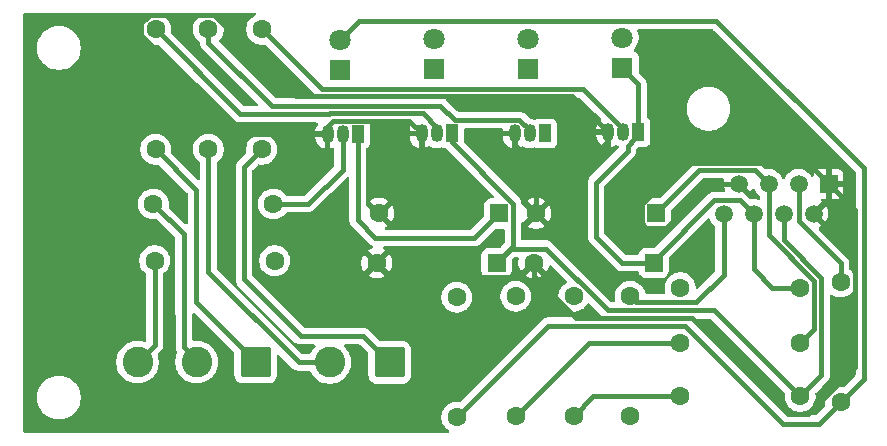
<source format=gbr>
%TF.GenerationSoftware,KiCad,Pcbnew,9.0.2*%
%TF.CreationDate,2025-06-13T14:53:56+02:00*%
%TF.ProjectId,wli,776c692e-6b69-4636-9164-5f7063625858,rev?*%
%TF.SameCoordinates,Original*%
%TF.FileFunction,Copper,L2,Bot*%
%TF.FilePolarity,Positive*%
%FSLAX46Y46*%
G04 Gerber Fmt 4.6, Leading zero omitted, Abs format (unit mm)*
G04 Created by KiCad (PCBNEW 9.0.2) date 2025-06-13 14:53:56*
%MOMM*%
%LPD*%
G01*
G04 APERTURE LIST*
G04 Aperture macros list*
%AMRoundRect*
0 Rectangle with rounded corners*
0 $1 Rounding radius*
0 $2 $3 $4 $5 $6 $7 $8 $9 X,Y pos of 4 corners*
0 Add a 4 corners polygon primitive as box body*
4,1,4,$2,$3,$4,$5,$6,$7,$8,$9,$2,$3,0*
0 Add four circle primitives for the rounded corners*
1,1,$1+$1,$2,$3*
1,1,$1+$1,$4,$5*
1,1,$1+$1,$6,$7*
1,1,$1+$1,$8,$9*
0 Add four rect primitives between the rounded corners*
20,1,$1+$1,$2,$3,$4,$5,0*
20,1,$1+$1,$4,$5,$6,$7,0*
20,1,$1+$1,$6,$7,$8,$9,0*
20,1,$1+$1,$8,$9,$2,$3,0*%
G04 Aperture macros list end*
%TA.AperFunction,ComponentPad*%
%ADD10C,1.600000*%
%TD*%
%TA.AperFunction,ComponentPad*%
%ADD11RoundRect,0.250000X0.550000X0.550000X-0.550000X0.550000X-0.550000X-0.550000X0.550000X-0.550000X0*%
%TD*%
%TA.AperFunction,ComponentPad*%
%ADD12R,1.050000X1.500000*%
%TD*%
%TA.AperFunction,ComponentPad*%
%ADD13O,1.050000X1.500000*%
%TD*%
%TA.AperFunction,ComponentPad*%
%ADD14R,1.800000X1.800000*%
%TD*%
%TA.AperFunction,ComponentPad*%
%ADD15C,1.800000*%
%TD*%
%TA.AperFunction,ComponentPad*%
%ADD16RoundRect,0.250000X1.050000X1.050000X-1.050000X1.050000X-1.050000X-1.050000X1.050000X-1.050000X0*%
%TD*%
%TA.AperFunction,ComponentPad*%
%ADD17C,2.600000*%
%TD*%
%TA.AperFunction,ComponentPad*%
%ADD18R,1.500000X1.500000*%
%TD*%
%TA.AperFunction,ComponentPad*%
%ADD19C,1.500000*%
%TD*%
%TA.AperFunction,Conductor*%
%ADD20C,0.400000*%
%TD*%
G04 APERTURE END LIST*
D10*
%TO.P,R12,1*%
%TO.N,+5V*%
X165080000Y-116120000D03*
%TO.P,R12,2*%
%TO.N,Net-(D4-A)*%
X165080000Y-126280000D03*
%TD*%
D11*
%TO.P,D7,1,K*%
%TO.N,Net-(D1-K)*%
X153960000Y-109100000D03*
D10*
%TO.P,D7,2,A*%
%TO.N,GNDREF*%
X143800000Y-109100000D03*
%TD*%
%TO.P,R10,1*%
%TO.N,Net-(D3-A)*%
X169300000Y-120100000D03*
%TO.P,R10,2*%
%TO.N,Net-(D3-K)*%
X179460000Y-120100000D03*
%TD*%
%TO.P,R8,1*%
%TO.N,Net-(J2-Pin_2)*%
X129360000Y-103680000D03*
%TO.P,R8,2*%
%TO.N,Net-(Q3-B)*%
X129360000Y-93520000D03*
%TD*%
%TO.P,R9,1*%
%TO.N,+5V*%
X155380000Y-116120000D03*
%TO.P,R9,2*%
%TO.N,Net-(D3-A)*%
X155380000Y-126280000D03*
%TD*%
D12*
%TO.P,Q2,1,C*%
%TO.N,Net-(D2-K)*%
X149950000Y-102340000D03*
D13*
%TO.P,Q2,2,B*%
%TO.N,Net-(Q2-B)*%
X148680000Y-102340000D03*
%TO.P,Q2,3,E*%
%TO.N,GNDREF*%
X147410000Y-102340000D03*
%TD*%
D14*
%TO.P,D1,1,K*%
%TO.N,Net-(D1-K)*%
X140480000Y-96975000D03*
D15*
%TO.P,D1,2,A*%
%TO.N,Net-(D1-A)*%
X140480000Y-94435000D03*
%TD*%
D14*
%TO.P,D3,1,K*%
%TO.N,Net-(D3-K)*%
X156380000Y-96875000D03*
D15*
%TO.P,D3,2,A*%
%TO.N,Net-(D3-A)*%
X156380000Y-94335000D03*
%TD*%
D12*
%TO.P,Q1,1,C*%
%TO.N,Net-(D1-K)*%
X141980000Y-102400000D03*
D13*
%TO.P,Q1,2,B*%
%TO.N,Net-(Q1-B)*%
X140710000Y-102400000D03*
%TO.P,Q1,3,E*%
%TO.N,GNDREF*%
X139440000Y-102400000D03*
%TD*%
D10*
%TO.P,R2,1*%
%TO.N,+5V*%
X150380000Y-116200000D03*
%TO.P,R2,2*%
%TO.N,Net-(D1-A)*%
X150380000Y-126360000D03*
%TD*%
%TO.P,R6,1*%
%TO.N,+5V*%
X160280000Y-116120000D03*
%TO.P,R6,2*%
%TO.N,Net-(D2-A)*%
X160280000Y-126280000D03*
%TD*%
%TO.P,R7,1*%
%TO.N,Net-(D2-A)*%
X169300000Y-124600000D03*
%TO.P,R7,2*%
%TO.N,Net-(D2-K)*%
X179460000Y-124600000D03*
%TD*%
%TO.P,R11,1*%
%TO.N,Net-(J2-Pin_1)*%
X133860000Y-103680000D03*
%TO.P,R11,2*%
%TO.N,Net-(Q4-B)*%
X133860000Y-93520000D03*
%TD*%
D16*
%TO.P,J2,1,Pin_1*%
%TO.N,Net-(J2-Pin_1)*%
X144705000Y-121727500D03*
D17*
%TO.P,J2,2,Pin_2*%
%TO.N,Net-(J2-Pin_2)*%
X139625000Y-121727500D03*
%TD*%
D18*
%TO.P,J3,1*%
%TO.N,GNDREF*%
X181862500Y-106600000D03*
D19*
%TO.P,J3,2*%
X180592500Y-109140000D03*
%TO.P,J3,3*%
%TO.N,Net-(D1-K)*%
X179322500Y-106600000D03*
%TO.P,J3,4*%
%TO.N,Net-(D2-K)*%
X178052500Y-109140000D03*
%TO.P,J3,5*%
%TO.N,Net-(D3-K)*%
X176782500Y-106600000D03*
%TO.P,J3,6*%
%TO.N,Net-(D10-K)*%
X175512500Y-109140000D03*
%TO.P,J3,7*%
%TO.N,GNDREF*%
X174242500Y-106600000D03*
%TO.P,J3,8*%
%TO.N,+5V*%
X172972500Y-109140000D03*
%TD*%
D10*
%TO.P,R1,1*%
%TO.N,Net-(D1-A)*%
X182880000Y-125080000D03*
%TO.P,R1,2*%
%TO.N,Net-(D1-K)*%
X182880000Y-114920000D03*
%TD*%
D11*
%TO.P,D9,1,K*%
%TO.N,Net-(D3-K)*%
X167260000Y-109100000D03*
D10*
%TO.P,D9,2,A*%
%TO.N,GNDREF*%
X157100000Y-109100000D03*
%TD*%
D12*
%TO.P,Q4,1,C*%
%TO.N,Net-(D10-K)*%
X165750000Y-102240000D03*
D13*
%TO.P,Q4,2,B*%
%TO.N,Net-(Q4-B)*%
X164480000Y-102240000D03*
%TO.P,Q4,3,E*%
%TO.N,GNDREF*%
X163210000Y-102240000D03*
%TD*%
D16*
%TO.P,J1,1,Pin_1*%
%TO.N,Net-(J1-Pin_1)*%
X133360000Y-121700000D03*
D17*
%TO.P,J1,2,Pin_2*%
%TO.N,Net-(J1-Pin_2)*%
X128360000Y-121700000D03*
%TO.P,J1,3,Pin_3*%
%TO.N,Net-(J1-Pin_3)*%
X123360000Y-121700000D03*
%TD*%
D11*
%TO.P,D10,1,K*%
%TO.N,Net-(D10-K)*%
X167060000Y-113300000D03*
D10*
%TO.P,D10,2,A*%
%TO.N,GNDREF*%
X156900000Y-113300000D03*
%TD*%
%TO.P,R5,1*%
%TO.N,Net-(J1-Pin_1)*%
X124880000Y-103680000D03*
%TO.P,R5,2*%
%TO.N,Net-(Q2-B)*%
X124880000Y-93520000D03*
%TD*%
D14*
%TO.P,D4,1,K*%
%TO.N,Net-(D10-K)*%
X164380000Y-96775000D03*
D15*
%TO.P,D4,2,A*%
%TO.N,Net-(D4-A)*%
X164380000Y-94235000D03*
%TD*%
D11*
%TO.P,D8,1,K*%
%TO.N,Net-(D2-K)*%
X153760000Y-113300000D03*
D10*
%TO.P,D8,2,A*%
%TO.N,GNDREF*%
X143600000Y-113300000D03*
%TD*%
%TO.P,R4,1*%
%TO.N,Net-(J1-Pin_3)*%
X124800000Y-113100000D03*
%TO.P,R4,2*%
%TO.N,+5V*%
X134960000Y-113100000D03*
%TD*%
%TO.P,R13,1*%
%TO.N,Net-(D4-A)*%
X169300000Y-115400000D03*
%TO.P,R13,2*%
%TO.N,Net-(D10-K)*%
X179460000Y-115400000D03*
%TD*%
D12*
%TO.P,Q3,1,C*%
%TO.N,Net-(D3-K)*%
X157850000Y-102340000D03*
D13*
%TO.P,Q3,2,B*%
%TO.N,Net-(Q3-B)*%
X156580000Y-102340000D03*
%TO.P,Q3,3,E*%
%TO.N,GNDREF*%
X155310000Y-102340000D03*
%TD*%
D10*
%TO.P,R3,1*%
%TO.N,Net-(J1-Pin_2)*%
X124700000Y-108300000D03*
%TO.P,R3,2*%
%TO.N,Net-(Q1-B)*%
X134860000Y-108300000D03*
%TD*%
D14*
%TO.P,D2,1,K*%
%TO.N,Net-(D2-K)*%
X148480000Y-96875000D03*
D15*
%TO.P,D2,2,A*%
%TO.N,Net-(D2-A)*%
X148480000Y-94335000D03*
%TD*%
D20*
%TO.N,Net-(D1-A)*%
X178000000Y-126900000D02*
X169700000Y-118600000D01*
X140480000Y-94435000D02*
X142114000Y-92801000D01*
X172361000Y-92801000D02*
X184860000Y-105300000D01*
X181060000Y-126900000D02*
X178000000Y-126900000D01*
X158140000Y-118600000D02*
X150380000Y-126360000D01*
X184860000Y-123100000D02*
X182880000Y-125080000D01*
X184860000Y-105300000D02*
X184860000Y-123100000D01*
X142114000Y-92801000D02*
X172361000Y-92801000D01*
X169700000Y-118600000D02*
X158140000Y-118600000D01*
X182880000Y-125080000D02*
X181060000Y-126900000D01*
%TO.N,Net-(D1-K)*%
X182880000Y-114920000D02*
X182880000Y-113320000D01*
X141980000Y-109680000D02*
X143500000Y-111200000D01*
X143500000Y-111200000D02*
X151860000Y-111200000D01*
X151860000Y-111200000D02*
X153960000Y-109100000D01*
X179322500Y-109762500D02*
X179322500Y-106600000D01*
X141980000Y-102400000D02*
X141980000Y-109680000D01*
X182880000Y-113320000D02*
X179322500Y-109762500D01*
%TO.N,Net-(D2-A)*%
X161960000Y-124600000D02*
X160280000Y-126280000D01*
X169300000Y-124600000D02*
X161960000Y-124600000D01*
%TO.N,Net-(D2-K)*%
X179460000Y-124600000D02*
X172181000Y-117321000D01*
X178052500Y-109140000D02*
X178052500Y-111342558D01*
X157957471Y-112099000D02*
X154961000Y-112099000D01*
X154961000Y-112099000D02*
X153760000Y-113300000D01*
X163179471Y-117321000D02*
X157957471Y-112099000D01*
X149950000Y-103062420D02*
X149950000Y-102340000D01*
X181261000Y-122799000D02*
X179460000Y-124600000D01*
X178052500Y-111342558D02*
X181261000Y-114551058D01*
X153760000Y-113300000D02*
X155161000Y-111899000D01*
X172181000Y-117321000D02*
X163179471Y-117321000D01*
X155161000Y-111899000D02*
X155161000Y-108273420D01*
X181261000Y-114551058D02*
X181261000Y-122799000D01*
X155161000Y-108273420D02*
X149950000Y-103062420D01*
%TO.N,Net-(D3-K)*%
X180660000Y-118900000D02*
X179460000Y-120100000D01*
X175631500Y-105449000D02*
X176782500Y-106600000D01*
X176782500Y-110922500D02*
X180660000Y-114800000D01*
X167260000Y-109100000D02*
X170911000Y-105449000D01*
X170911000Y-105449000D02*
X175631500Y-105449000D01*
X180660000Y-114800000D02*
X180660000Y-118900000D01*
X176782500Y-106600000D02*
X176782500Y-110922500D01*
%TO.N,Net-(D3-A)*%
X161560000Y-120100000D02*
X155380000Y-126280000D01*
X169300000Y-120100000D02*
X161560000Y-120100000D01*
%TO.N,Net-(D10-K)*%
X162160000Y-111100000D02*
X164360000Y-113300000D01*
X167060000Y-113100000D02*
X167060000Y-113300000D01*
X164360000Y-113300000D02*
X167060000Y-113300000D01*
X175512500Y-109140000D02*
X174361500Y-107989000D01*
X175512500Y-113852500D02*
X175512500Y-109140000D01*
X172171000Y-107989000D02*
X167060000Y-113100000D01*
X165406000Y-102848562D02*
X164863562Y-103391000D01*
X164863562Y-103796438D02*
X162160000Y-106500000D01*
X164380000Y-96775000D02*
X165750000Y-98145000D01*
X165750000Y-98145000D02*
X165750000Y-102240000D01*
X174361500Y-107989000D02*
X172171000Y-107989000D01*
X179460000Y-115400000D02*
X177060000Y-115400000D01*
X177060000Y-115400000D02*
X175512500Y-113852500D01*
X164863562Y-103391000D02*
X164863562Y-103796438D01*
X165406000Y-102584000D02*
X165406000Y-102848562D01*
X165750000Y-102240000D02*
X165406000Y-102584000D01*
X162160000Y-106500000D02*
X162160000Y-111100000D01*
%TO.N,Net-(J1-Pin_1)*%
X128300000Y-116640000D02*
X133360000Y-121700000D01*
X128300000Y-107100000D02*
X128300000Y-116640000D01*
X124880000Y-103680000D02*
X128300000Y-107100000D01*
%TO.N,Net-(J1-Pin_2)*%
X128360000Y-121500000D02*
X128360000Y-121700000D01*
X124700000Y-108300000D02*
X127259000Y-110859000D01*
X127300000Y-117569942D02*
X127300000Y-120440000D01*
X127259000Y-117528942D02*
X127300000Y-117569942D01*
X127259000Y-110859000D02*
X127259000Y-117528942D01*
X127300000Y-120440000D02*
X128360000Y-121500000D01*
X127840000Y-121180000D02*
X128360000Y-121700000D01*
%TO.N,GNDREF*%
X139440000Y-102400000D02*
X139440000Y-101700000D01*
X139440000Y-101700000D02*
X139891000Y-101249000D01*
X166433420Y-110301000D02*
X166059000Y-109926580D01*
X181862500Y-106600000D02*
X181862500Y-107870000D01*
X163210000Y-102240000D02*
X163210000Y-102990000D01*
X157100000Y-105140000D02*
X157100000Y-109100000D01*
X123679000Y-94017471D02*
X132061529Y-102400000D01*
X160170000Y-99200000D02*
X136738471Y-99200000D01*
X143600000Y-113300000D02*
X144801000Y-114501000D01*
X178400000Y-126100000D02*
X180100000Y-126100000D01*
X160461529Y-118000000D02*
X170300000Y-118000000D01*
X155310000Y-103350000D02*
X157100000Y-105140000D01*
X144801000Y-114501000D02*
X155699000Y-114501000D01*
X180110500Y-104848000D02*
X181862500Y-106600000D01*
X155699000Y-114501000D02*
X156900000Y-113300000D01*
X184081000Y-122119000D02*
X184081000Y-108818500D01*
X166059000Y-109926580D02*
X166059000Y-108273420D01*
X146319000Y-101249000D02*
X147410000Y-102340000D01*
X171787580Y-106600000D02*
X168086580Y-110301000D01*
X136738471Y-99200000D02*
X129857471Y-92319000D01*
X166059000Y-108273420D02*
X169484420Y-104848000D01*
X180100000Y-126100000D02*
X184081000Y-122119000D01*
X132061529Y-102400000D02*
X139440000Y-102400000D01*
X156900000Y-114438471D02*
X160461529Y-118000000D01*
X147410000Y-102340000D02*
X147410000Y-105490000D01*
X139891000Y-101249000D02*
X146319000Y-101249000D01*
X155310000Y-102340000D02*
X155310000Y-103350000D01*
X163210000Y-102240000D02*
X160170000Y-99200000D01*
X123679000Y-93022529D02*
X123679000Y-94017471D01*
X168086580Y-110301000D02*
X166433420Y-110301000D01*
X169484420Y-104848000D02*
X180110500Y-104848000D01*
X174242500Y-106600000D02*
X171787580Y-106600000D01*
X156900000Y-113300000D02*
X156900000Y-114438471D01*
X147410000Y-105490000D02*
X143800000Y-109100000D01*
X163210000Y-102990000D02*
X157100000Y-109100000D01*
X129857471Y-92319000D02*
X124382529Y-92319000D01*
X170300000Y-118000000D02*
X178400000Y-126100000D01*
X184081000Y-108818500D02*
X181862500Y-106600000D01*
X143800000Y-113100000D02*
X143600000Y-113300000D01*
X124382529Y-92319000D02*
X123679000Y-93022529D01*
X181862500Y-107870000D02*
X180592500Y-109140000D01*
%TO.N,+5V*%
X170660000Y-116600000D02*
X172972500Y-114287500D01*
X165560000Y-116600000D02*
X170660000Y-116600000D01*
X172972500Y-114287500D02*
X172972500Y-109140000D01*
X165080000Y-116120000D02*
X165560000Y-116600000D01*
%TO.N,Net-(Q1-B)*%
X134860000Y-108300000D02*
X137800000Y-108300000D01*
X137800000Y-108300000D02*
X140710000Y-105390000D01*
X140710000Y-105390000D02*
X140710000Y-102400000D01*
%TO.N,Net-(Q2-B)*%
X147484000Y-100648000D02*
X148680000Y-101844000D01*
X124880000Y-93520000D02*
X132060000Y-100700000D01*
X132060000Y-100700000D02*
X139590058Y-100700000D01*
X139642058Y-100648000D02*
X147484000Y-100648000D01*
X148680000Y-101844000D02*
X148680000Y-102340000D01*
X139590058Y-100700000D02*
X139642058Y-100648000D01*
%TO.N,Net-(Q3-B)*%
X156580000Y-102075438D02*
X156580000Y-102340000D01*
X134708630Y-100000000D02*
X149003000Y-100000000D01*
X129360000Y-93520000D02*
X129360000Y-94651370D01*
X150192000Y-101189000D02*
X155693562Y-101189000D01*
X149003000Y-100000000D02*
X150192000Y-101189000D01*
X129360000Y-94651370D02*
X134708630Y-100000000D01*
X155693562Y-101189000D02*
X156580000Y-102075438D01*
%TO.N,Net-(Q4-B)*%
X133860000Y-93520000D02*
X138939000Y-98599000D01*
X138939000Y-98599000D02*
X161103562Y-98599000D01*
X161103562Y-98599000D02*
X164480000Y-101975438D01*
X164480000Y-101975438D02*
X164480000Y-102240000D01*
%TO.N,Net-(J2-Pin_2)*%
X136987500Y-121727500D02*
X139625000Y-121727500D01*
X129360000Y-103680000D02*
X129360000Y-114100000D01*
X129360000Y-114100000D02*
X136987500Y-121727500D01*
%TO.N,Net-(J2-Pin_1)*%
X133860000Y-103680000D02*
X132360000Y-105180000D01*
X142477500Y-119500000D02*
X144705000Y-121727500D01*
X132360000Y-114700000D02*
X137160000Y-119500000D01*
X137160000Y-119500000D02*
X142477500Y-119500000D01*
X132360000Y-105180000D02*
X132360000Y-114700000D01*
%TO.N,Net-(J1-Pin_3)*%
X124800000Y-120260000D02*
X123360000Y-121700000D01*
X124800000Y-113100000D02*
X124800000Y-120260000D01*
%TD*%
%TA.AperFunction,Conductor*%
%TO.N,GNDREF*%
G36*
X124351870Y-92120185D02*
G01*
X124397625Y-92172989D01*
X124407569Y-92242147D01*
X124378544Y-92305703D01*
X124341126Y-92334985D01*
X124198386Y-92407715D01*
X124032786Y-92528028D01*
X123888028Y-92672786D01*
X123767715Y-92838386D01*
X123674781Y-93020776D01*
X123611522Y-93215465D01*
X123579500Y-93417648D01*
X123579500Y-93622351D01*
X123611522Y-93824534D01*
X123674781Y-94019223D01*
X123767715Y-94201613D01*
X123888028Y-94367213D01*
X124032786Y-94511971D01*
X124128385Y-94581426D01*
X124198390Y-94632287D01*
X124295455Y-94681744D01*
X124380776Y-94725218D01*
X124380778Y-94725218D01*
X124380781Y-94725220D01*
X124485137Y-94759127D01*
X124575465Y-94788477D01*
X124676557Y-94804488D01*
X124777648Y-94820500D01*
X124777649Y-94820500D01*
X124982350Y-94820500D01*
X124982352Y-94820500D01*
X125099068Y-94802013D01*
X125168362Y-94810967D01*
X125206148Y-94836805D01*
X128401888Y-98032544D01*
X131515886Y-101146542D01*
X131587786Y-101218442D01*
X131613459Y-101244115D01*
X131728182Y-101320771D01*
X131728195Y-101320778D01*
X131780486Y-101342437D01*
X131793117Y-101347669D01*
X131855671Y-101373580D01*
X131880115Y-101378442D01*
X131946834Y-101391713D01*
X131991005Y-101400500D01*
X138492758Y-101400500D01*
X138559797Y-101420185D01*
X138605552Y-101472989D01*
X138615496Y-101542147D01*
X138595860Y-101593391D01*
X138531659Y-101689473D01*
X138531652Y-101689486D01*
X138454390Y-101876016D01*
X138454387Y-101876025D01*
X138415000Y-102074041D01*
X138415000Y-102150000D01*
X139159670Y-102150000D01*
X139139925Y-102169745D01*
X139090556Y-102255255D01*
X139065000Y-102350630D01*
X139065000Y-102449370D01*
X139090556Y-102544745D01*
X139139925Y-102630255D01*
X139159670Y-102650000D01*
X138415000Y-102650000D01*
X138415000Y-102725958D01*
X138454387Y-102923974D01*
X138454390Y-102923983D01*
X138531652Y-103110513D01*
X138531659Y-103110526D01*
X138643829Y-103278399D01*
X138643832Y-103278403D01*
X138786596Y-103421167D01*
X138786600Y-103421170D01*
X138954473Y-103533340D01*
X138954486Y-103533347D01*
X139141016Y-103610609D01*
X139141025Y-103610612D01*
X139190000Y-103620353D01*
X139190000Y-102680330D01*
X139209745Y-102700075D01*
X139295255Y-102749444D01*
X139390630Y-102775000D01*
X139489370Y-102775000D01*
X139584745Y-102749444D01*
X139670255Y-102700075D01*
X139684500Y-102685830D01*
X139684500Y-102726003D01*
X139689722Y-102752259D01*
X139689968Y-102763046D01*
X139689788Y-102763714D01*
X139690000Y-102765865D01*
X139690000Y-103620352D01*
X139738974Y-103610612D01*
X139738983Y-103610609D01*
X139838048Y-103569576D01*
X139907517Y-103562107D01*
X139969996Y-103593383D01*
X140005648Y-103653472D01*
X140009500Y-103684137D01*
X140009500Y-105048481D01*
X139989815Y-105115520D01*
X139973181Y-105136162D01*
X137546162Y-107563181D01*
X137484839Y-107596666D01*
X137458481Y-107599500D01*
X136021744Y-107599500D01*
X135954705Y-107579815D01*
X135921425Y-107548384D01*
X135851969Y-107452784D01*
X135707213Y-107308028D01*
X135541613Y-107187715D01*
X135541612Y-107187714D01*
X135541610Y-107187713D01*
X135484653Y-107158691D01*
X135359223Y-107094781D01*
X135164534Y-107031522D01*
X134989995Y-107003878D01*
X134962352Y-106999500D01*
X134757648Y-106999500D01*
X134733329Y-107003351D01*
X134555465Y-107031522D01*
X134360776Y-107094781D01*
X134178386Y-107187715D01*
X134012786Y-107308028D01*
X133868028Y-107452786D01*
X133747715Y-107618386D01*
X133654781Y-107800776D01*
X133591522Y-107995465D01*
X133559500Y-108197648D01*
X133559500Y-108402351D01*
X133591522Y-108604534D01*
X133654781Y-108799223D01*
X133716716Y-108920775D01*
X133743620Y-108973578D01*
X133747715Y-108981613D01*
X133868028Y-109147213D01*
X134012786Y-109291971D01*
X134147498Y-109389843D01*
X134178390Y-109412287D01*
X134294607Y-109471503D01*
X134360776Y-109505218D01*
X134360778Y-109505218D01*
X134360781Y-109505220D01*
X134415447Y-109522982D01*
X134555465Y-109568477D01*
X134656557Y-109584488D01*
X134757648Y-109600500D01*
X134757649Y-109600500D01*
X134962351Y-109600500D01*
X134962352Y-109600500D01*
X135164534Y-109568477D01*
X135359219Y-109505220D01*
X135541610Y-109412287D01*
X135636792Y-109343134D01*
X135707213Y-109291971D01*
X135707215Y-109291968D01*
X135707219Y-109291966D01*
X135851966Y-109147219D01*
X135921425Y-109051615D01*
X135976755Y-109008949D01*
X136021744Y-109000500D01*
X137868996Y-109000500D01*
X137963959Y-108981610D01*
X138004328Y-108973580D01*
X138071863Y-108945606D01*
X138131807Y-108920777D01*
X138131808Y-108920776D01*
X138131811Y-108920775D01*
X138246543Y-108844114D01*
X139738549Y-107352108D01*
X141067819Y-106022838D01*
X141129142Y-105989353D01*
X141198834Y-105994337D01*
X141254767Y-106036209D01*
X141279184Y-106101673D01*
X141279500Y-106110519D01*
X141279500Y-109611006D01*
X141279500Y-109748994D01*
X141279500Y-109748996D01*
X141279499Y-109748996D01*
X141306418Y-109884322D01*
X141306421Y-109884332D01*
X141359222Y-110011807D01*
X141435887Y-110126545D01*
X143053454Y-111744112D01*
X143053457Y-111744114D01*
X143168189Y-111820775D01*
X143199446Y-111833722D01*
X143253849Y-111877561D01*
X143275915Y-111943855D01*
X143258637Y-112011555D01*
X143207500Y-112059166D01*
X143190314Y-112066214D01*
X143100967Y-112095245D01*
X142918644Y-112188143D01*
X142874077Y-112220523D01*
X142874077Y-112220524D01*
X143553554Y-112900000D01*
X143547339Y-112900000D01*
X143445606Y-112927259D01*
X143354394Y-112979920D01*
X143279920Y-113054394D01*
X143227259Y-113145606D01*
X143200000Y-113247339D01*
X143200000Y-113253553D01*
X142520524Y-112574077D01*
X142520523Y-112574077D01*
X142488143Y-112618644D01*
X142395244Y-112800968D01*
X142332009Y-112995582D01*
X142300000Y-113197682D01*
X142300000Y-113402317D01*
X142332009Y-113604417D01*
X142395244Y-113799031D01*
X142488141Y-113981350D01*
X142488147Y-113981359D01*
X142520523Y-114025921D01*
X142520524Y-114025922D01*
X143200000Y-113346446D01*
X143200000Y-113352661D01*
X143227259Y-113454394D01*
X143279920Y-113545606D01*
X143354394Y-113620080D01*
X143445606Y-113672741D01*
X143547339Y-113700000D01*
X143553553Y-113700000D01*
X142874076Y-114379474D01*
X142918650Y-114411859D01*
X143100968Y-114504755D01*
X143295582Y-114567990D01*
X143497683Y-114600000D01*
X143702317Y-114600000D01*
X143904417Y-114567990D01*
X144099031Y-114504755D01*
X144281349Y-114411859D01*
X144325921Y-114379474D01*
X143646447Y-113700000D01*
X143652661Y-113700000D01*
X143754394Y-113672741D01*
X143845606Y-113620080D01*
X143920080Y-113545606D01*
X143972741Y-113454394D01*
X144000000Y-113352661D01*
X144000000Y-113346448D01*
X144679474Y-114025922D01*
X144679474Y-114025921D01*
X144711859Y-113981349D01*
X144804755Y-113799031D01*
X144867990Y-113604417D01*
X144900000Y-113402317D01*
X144900000Y-113197682D01*
X144867990Y-112995582D01*
X144804755Y-112800968D01*
X144711859Y-112618650D01*
X144679474Y-112574077D01*
X144679474Y-112574076D01*
X144000000Y-113253551D01*
X144000000Y-113247339D01*
X143972741Y-113145606D01*
X143920080Y-113054394D01*
X143845606Y-112979920D01*
X143754394Y-112927259D01*
X143652661Y-112900000D01*
X143646446Y-112900000D01*
X144325922Y-112220524D01*
X144325921Y-112220523D01*
X144281359Y-112188147D01*
X144281350Y-112188141D01*
X144177025Y-112134985D01*
X144126229Y-112087011D01*
X144109434Y-112019190D01*
X144131971Y-111953055D01*
X144186686Y-111909603D01*
X144233320Y-111900500D01*
X151928996Y-111900500D01*
X152044314Y-111877561D01*
X152064328Y-111873580D01*
X152128069Y-111847177D01*
X152191807Y-111820777D01*
X152191808Y-111820776D01*
X152191811Y-111820775D01*
X152306543Y-111744114D01*
X153613837Y-110436817D01*
X153675160Y-110403333D01*
X153701518Y-110400499D01*
X154336500Y-110400499D01*
X154403539Y-110420184D01*
X154449294Y-110472988D01*
X154460500Y-110524499D01*
X154460500Y-111557480D01*
X154440815Y-111624519D01*
X154424181Y-111645161D01*
X154106161Y-111963181D01*
X154044838Y-111996666D01*
X154018480Y-111999500D01*
X153159998Y-111999500D01*
X153159980Y-111999501D01*
X153057203Y-112010000D01*
X153057200Y-112010001D01*
X152890668Y-112065185D01*
X152890663Y-112065187D01*
X152741342Y-112157289D01*
X152617289Y-112281342D01*
X152525187Y-112430663D01*
X152525186Y-112430666D01*
X152470001Y-112597203D01*
X152470001Y-112597204D01*
X152470000Y-112597204D01*
X152459500Y-112699983D01*
X152459500Y-113900001D01*
X152459501Y-113900018D01*
X152470000Y-114002796D01*
X152470001Y-114002799D01*
X152525185Y-114169331D01*
X152525187Y-114169336D01*
X152550048Y-114209642D01*
X152617288Y-114318656D01*
X152741344Y-114442712D01*
X152890666Y-114534814D01*
X153057203Y-114589999D01*
X153159991Y-114600500D01*
X154360008Y-114600499D01*
X154462797Y-114589999D01*
X154629334Y-114534814D01*
X154778656Y-114442712D01*
X154902712Y-114318656D01*
X154994814Y-114169334D01*
X155049999Y-114002797D01*
X155060500Y-113900009D01*
X155060499Y-113041518D01*
X155069145Y-113012072D01*
X155075667Y-112982092D01*
X155079420Y-112977078D01*
X155080183Y-112974480D01*
X155096813Y-112953843D01*
X155214839Y-112835817D01*
X155276161Y-112802334D01*
X155302519Y-112799500D01*
X155525049Y-112799500D01*
X155592088Y-112819185D01*
X155637843Y-112871989D01*
X155647787Y-112941147D01*
X155642980Y-112961817D01*
X155632011Y-112995574D01*
X155632010Y-112995581D01*
X155600000Y-113197682D01*
X155600000Y-113402317D01*
X155632009Y-113604417D01*
X155695244Y-113799031D01*
X155788141Y-113981350D01*
X155788147Y-113981359D01*
X155820523Y-114025921D01*
X155820524Y-114025922D01*
X156500000Y-113346446D01*
X156500000Y-113352661D01*
X156527259Y-113454394D01*
X156579920Y-113545606D01*
X156654394Y-113620080D01*
X156745606Y-113672741D01*
X156847339Y-113700000D01*
X156853553Y-113700000D01*
X156174076Y-114379474D01*
X156218650Y-114411859D01*
X156400968Y-114504755D01*
X156595582Y-114567990D01*
X156797683Y-114600000D01*
X157002317Y-114600000D01*
X157204417Y-114567990D01*
X157399031Y-114504755D01*
X157581349Y-114411859D01*
X157625921Y-114379474D01*
X156946447Y-113700000D01*
X156952661Y-113700000D01*
X157054394Y-113672741D01*
X157145606Y-113620080D01*
X157220080Y-113545606D01*
X157272741Y-113454394D01*
X157300000Y-113352661D01*
X157300000Y-113346447D01*
X157979474Y-114025921D01*
X158011859Y-113981349D01*
X158104755Y-113799031D01*
X158167988Y-113604422D01*
X158171517Y-113582143D01*
X158201446Y-113519007D01*
X158260757Y-113482076D01*
X158330620Y-113483072D01*
X158381672Y-113513858D01*
X159661299Y-114793485D01*
X159694784Y-114854808D01*
X159689800Y-114924500D01*
X159647928Y-114980433D01*
X159629914Y-114991650D01*
X159598388Y-115007713D01*
X159432786Y-115128028D01*
X159288028Y-115272786D01*
X159167715Y-115438386D01*
X159074781Y-115620776D01*
X159011522Y-115815465D01*
X158979500Y-116017648D01*
X158979500Y-116222351D01*
X159011522Y-116424534D01*
X159074781Y-116619223D01*
X159117211Y-116702495D01*
X159155116Y-116776888D01*
X159167715Y-116801613D01*
X159288028Y-116967213D01*
X159432786Y-117111971D01*
X159542892Y-117191966D01*
X159598390Y-117232287D01*
X159711966Y-117290157D01*
X159780776Y-117325218D01*
X159780778Y-117325218D01*
X159780781Y-117325220D01*
X159885137Y-117359127D01*
X159975465Y-117388477D01*
X160076557Y-117404488D01*
X160177648Y-117420500D01*
X160177649Y-117420500D01*
X160382351Y-117420500D01*
X160382352Y-117420500D01*
X160584534Y-117388477D01*
X160779219Y-117325220D01*
X160961610Y-117232287D01*
X161054590Y-117164732D01*
X161127213Y-117111971D01*
X161127215Y-117111968D01*
X161127219Y-117111966D01*
X161271966Y-116967219D01*
X161271968Y-116967215D01*
X161271971Y-116967213D01*
X161392286Y-116801612D01*
X161392670Y-116800857D01*
X161408348Y-116770087D01*
X161456320Y-116719292D01*
X161524140Y-116702495D01*
X161590276Y-116725031D01*
X161606514Y-116738700D01*
X162555632Y-117687819D01*
X162589117Y-117749142D01*
X162584133Y-117818834D01*
X162542261Y-117874767D01*
X162476797Y-117899184D01*
X162467951Y-117899500D01*
X158071003Y-117899500D01*
X157962590Y-117921065D01*
X157962589Y-117921065D01*
X157935671Y-117926420D01*
X157808190Y-117979224D01*
X157693454Y-118055887D01*
X150706147Y-125043194D01*
X150644824Y-125076679D01*
X150599068Y-125077986D01*
X150549969Y-125070209D01*
X150482352Y-125059500D01*
X150277648Y-125059500D01*
X150263196Y-125061789D01*
X150075465Y-125091522D01*
X149880776Y-125154781D01*
X149698386Y-125247715D01*
X149532786Y-125368028D01*
X149388028Y-125512786D01*
X149267715Y-125678386D01*
X149174781Y-125860776D01*
X149111522Y-126055465D01*
X149079500Y-126257648D01*
X149079500Y-126462351D01*
X149111522Y-126664534D01*
X149174781Y-126859223D01*
X149267715Y-127041613D01*
X149388028Y-127207213D01*
X149532786Y-127351971D01*
X149702331Y-127475151D01*
X149700861Y-127477173D01*
X149740967Y-127521181D01*
X149752638Y-127590069D01*
X149725213Y-127654332D01*
X149667399Y-127693565D01*
X149629497Y-127699500D01*
X113824500Y-127699500D01*
X113757461Y-127679815D01*
X113711706Y-127627011D01*
X113700500Y-127575500D01*
X113700500Y-124578711D01*
X114849500Y-124578711D01*
X114849500Y-124821288D01*
X114880860Y-125059500D01*
X114881162Y-125061789D01*
X114906079Y-125154780D01*
X114943947Y-125296104D01*
X115006541Y-125447219D01*
X115036776Y-125520212D01*
X115158064Y-125730289D01*
X115158066Y-125730292D01*
X115158067Y-125730293D01*
X115305733Y-125922736D01*
X115305739Y-125922743D01*
X115477256Y-126094260D01*
X115477262Y-126094265D01*
X115669711Y-126241936D01*
X115879788Y-126363224D01*
X116103900Y-126456054D01*
X116338211Y-126518838D01*
X116518586Y-126542584D01*
X116578711Y-126550500D01*
X116578712Y-126550500D01*
X116821289Y-126550500D01*
X116869388Y-126544167D01*
X117061789Y-126518838D01*
X117296100Y-126456054D01*
X117520212Y-126363224D01*
X117730289Y-126241936D01*
X117922738Y-126094265D01*
X118094265Y-125922738D01*
X118241936Y-125730289D01*
X118363224Y-125520212D01*
X118456054Y-125296100D01*
X118518838Y-125061789D01*
X118550500Y-124821288D01*
X118550500Y-124578712D01*
X118518838Y-124338211D01*
X118456054Y-124103900D01*
X118363224Y-123879788D01*
X118241936Y-123669711D01*
X118112096Y-123500500D01*
X118094266Y-123477263D01*
X118094260Y-123477256D01*
X117922743Y-123305739D01*
X117922736Y-123305733D01*
X117730293Y-123158067D01*
X117730292Y-123158066D01*
X117730289Y-123158064D01*
X117520212Y-123036776D01*
X117506282Y-123031006D01*
X117296104Y-122943947D01*
X117061785Y-122881161D01*
X116821289Y-122849500D01*
X116821288Y-122849500D01*
X116578712Y-122849500D01*
X116578711Y-122849500D01*
X116338214Y-122881161D01*
X116103895Y-122943947D01*
X115879794Y-123036773D01*
X115879785Y-123036777D01*
X115669706Y-123158067D01*
X115477263Y-123305733D01*
X115477256Y-123305739D01*
X115305739Y-123477256D01*
X115305733Y-123477263D01*
X115158067Y-123669706D01*
X115036777Y-123879785D01*
X115036773Y-123879794D01*
X114943947Y-124103895D01*
X114881161Y-124338214D01*
X114849500Y-124578711D01*
X113700500Y-124578711D01*
X113700500Y-121581995D01*
X121559500Y-121581995D01*
X121559500Y-121818004D01*
X121559501Y-121818020D01*
X121590306Y-122052010D01*
X121651394Y-122279993D01*
X121741714Y-122498045D01*
X121741719Y-122498056D01*
X121812677Y-122620957D01*
X121859727Y-122702450D01*
X121859729Y-122702453D01*
X121859730Y-122702454D01*
X122003406Y-122889697D01*
X122003412Y-122889704D01*
X122170295Y-123056587D01*
X122170302Y-123056593D01*
X122222745Y-123096834D01*
X122357550Y-123200273D01*
X122488918Y-123276118D01*
X122561943Y-123318280D01*
X122561948Y-123318282D01*
X122561951Y-123318284D01*
X122780007Y-123408606D01*
X123007986Y-123469693D01*
X123241989Y-123500500D01*
X123241996Y-123500500D01*
X123478004Y-123500500D01*
X123478011Y-123500500D01*
X123712014Y-123469693D01*
X123939993Y-123408606D01*
X124158049Y-123318284D01*
X124362450Y-123200273D01*
X124549699Y-123056592D01*
X124716592Y-122889699D01*
X124860273Y-122702450D01*
X124978284Y-122498049D01*
X125068606Y-122279993D01*
X125129693Y-122052014D01*
X125160500Y-121818011D01*
X125160500Y-121581989D01*
X125129693Y-121347986D01*
X125068606Y-121120007D01*
X125059905Y-121099003D01*
X125052437Y-121029534D01*
X125083712Y-120967055D01*
X125086753Y-120963902D01*
X125344114Y-120706543D01*
X125420775Y-120591811D01*
X125429177Y-120571528D01*
X125473578Y-120464332D01*
X125473580Y-120464328D01*
X125497633Y-120343406D01*
X125500500Y-120328995D01*
X125500500Y-114261744D01*
X125520185Y-114194705D01*
X125551615Y-114161426D01*
X125647215Y-114091969D01*
X125647215Y-114091968D01*
X125647219Y-114091966D01*
X125791966Y-113947219D01*
X125791968Y-113947215D01*
X125791971Y-113947213D01*
X125844732Y-113874590D01*
X125912287Y-113781610D01*
X126005220Y-113599219D01*
X126068477Y-113404534D01*
X126100500Y-113202352D01*
X126100500Y-112997648D01*
X126097242Y-112977078D01*
X126068477Y-112795465D01*
X126005218Y-112600776D01*
X125971503Y-112534607D01*
X125912287Y-112418390D01*
X125904556Y-112407749D01*
X125791971Y-112252786D01*
X125647213Y-112108028D01*
X125481613Y-111987715D01*
X125481612Y-111987714D01*
X125481610Y-111987713D01*
X125395534Y-111943855D01*
X125299223Y-111894781D01*
X125104534Y-111831522D01*
X124929995Y-111803878D01*
X124902352Y-111799500D01*
X124697648Y-111799500D01*
X124673329Y-111803351D01*
X124495465Y-111831522D01*
X124300776Y-111894781D01*
X124118386Y-111987715D01*
X123952786Y-112108028D01*
X123808028Y-112252786D01*
X123687715Y-112418386D01*
X123594781Y-112600776D01*
X123531522Y-112795465D01*
X123499500Y-112997648D01*
X123499500Y-113202351D01*
X123531522Y-113404534D01*
X123594781Y-113599223D01*
X123687715Y-113781613D01*
X123808028Y-113947213D01*
X123952784Y-114091969D01*
X124048385Y-114161426D01*
X124091051Y-114216755D01*
X124099500Y-114261744D01*
X124099500Y-119872533D01*
X124079815Y-119939572D01*
X124027011Y-119985327D01*
X123957853Y-119995271D01*
X123943407Y-119992308D01*
X123712012Y-119930306D01*
X123478020Y-119899501D01*
X123478017Y-119899500D01*
X123478011Y-119899500D01*
X123241989Y-119899500D01*
X123241983Y-119899500D01*
X123241979Y-119899501D01*
X123007989Y-119930306D01*
X122780006Y-119991394D01*
X122561954Y-120081714D01*
X122561943Y-120081719D01*
X122357545Y-120199730D01*
X122170302Y-120343406D01*
X122170295Y-120343412D01*
X122003412Y-120510295D01*
X122003406Y-120510302D01*
X121859730Y-120697545D01*
X121741719Y-120901943D01*
X121741714Y-120901954D01*
X121651394Y-121120006D01*
X121590306Y-121347989D01*
X121559501Y-121581979D01*
X121559500Y-121581995D01*
X113700500Y-121581995D01*
X113700500Y-108197648D01*
X123399500Y-108197648D01*
X123399500Y-108402351D01*
X123431522Y-108604534D01*
X123494781Y-108799223D01*
X123556716Y-108920775D01*
X123583620Y-108973578D01*
X123587715Y-108981613D01*
X123708028Y-109147213D01*
X123852786Y-109291971D01*
X123987498Y-109389843D01*
X124018390Y-109412287D01*
X124134607Y-109471503D01*
X124200776Y-109505218D01*
X124200778Y-109505218D01*
X124200781Y-109505220D01*
X124255447Y-109522982D01*
X124395465Y-109568477D01*
X124496557Y-109584488D01*
X124597648Y-109600500D01*
X124597649Y-109600500D01*
X124802350Y-109600500D01*
X124802352Y-109600500D01*
X124919068Y-109582013D01*
X124988362Y-109590967D01*
X125026148Y-109616805D01*
X126522181Y-111112838D01*
X126555666Y-111174161D01*
X126558500Y-111200519D01*
X126558500Y-117459948D01*
X126558500Y-117597936D01*
X126558500Y-117597938D01*
X126558499Y-117597938D01*
X126585418Y-117733264D01*
X126585421Y-117733274D01*
X126590061Y-117744475D01*
X126599500Y-117791927D01*
X126599500Y-120371006D01*
X126599500Y-120508994D01*
X126599500Y-120508996D01*
X126599499Y-120508996D01*
X126626418Y-120644322D01*
X126626421Y-120644332D01*
X126659856Y-120725050D01*
X126679225Y-120771811D01*
X126700288Y-120803334D01*
X126714256Y-120824239D01*
X126735133Y-120890917D01*
X126725714Y-120940581D01*
X126651395Y-121120003D01*
X126590306Y-121347989D01*
X126559501Y-121581979D01*
X126559500Y-121581995D01*
X126559500Y-121818004D01*
X126559501Y-121818020D01*
X126590306Y-122052010D01*
X126651394Y-122279993D01*
X126741714Y-122498045D01*
X126741719Y-122498056D01*
X126812677Y-122620957D01*
X126859727Y-122702450D01*
X126859729Y-122702453D01*
X126859730Y-122702454D01*
X127003406Y-122889697D01*
X127003412Y-122889704D01*
X127170295Y-123056587D01*
X127170302Y-123056593D01*
X127222745Y-123096834D01*
X127357550Y-123200273D01*
X127488918Y-123276118D01*
X127561943Y-123318280D01*
X127561948Y-123318282D01*
X127561951Y-123318284D01*
X127780007Y-123408606D01*
X128007986Y-123469693D01*
X128241989Y-123500500D01*
X128241996Y-123500500D01*
X128478004Y-123500500D01*
X128478011Y-123500500D01*
X128712014Y-123469693D01*
X128939993Y-123408606D01*
X129158049Y-123318284D01*
X129362450Y-123200273D01*
X129549699Y-123056592D01*
X129716592Y-122889699D01*
X129860273Y-122702450D01*
X129978284Y-122498049D01*
X130068606Y-122279993D01*
X130129693Y-122052014D01*
X130160500Y-121818011D01*
X130160500Y-121581989D01*
X130129693Y-121347986D01*
X130068606Y-121120007D01*
X129978284Y-120901951D01*
X129978282Y-120901948D01*
X129978280Y-120901943D01*
X129908807Y-120781614D01*
X129860273Y-120697550D01*
X129737694Y-120537802D01*
X129716593Y-120510302D01*
X129716587Y-120510295D01*
X129549704Y-120343412D01*
X129549697Y-120343406D01*
X129362454Y-120199730D01*
X129362453Y-120199729D01*
X129362450Y-120199727D01*
X129225705Y-120120777D01*
X129158056Y-120081719D01*
X129158045Y-120081714D01*
X128939993Y-119991394D01*
X128738862Y-119937501D01*
X128712014Y-119930307D01*
X128712013Y-119930306D01*
X128712010Y-119930306D01*
X128478020Y-119899501D01*
X128478017Y-119899500D01*
X128478011Y-119899500D01*
X128241989Y-119899500D01*
X128241984Y-119899500D01*
X128241976Y-119899501D01*
X128140684Y-119912836D01*
X128071649Y-119902070D01*
X128019394Y-119855690D01*
X128000500Y-119789897D01*
X128000500Y-117630519D01*
X128020185Y-117563480D01*
X128072989Y-117517725D01*
X128142147Y-117507781D01*
X128205703Y-117536806D01*
X128212181Y-117542838D01*
X131523181Y-120853838D01*
X131556666Y-120915161D01*
X131559500Y-120941519D01*
X131559500Y-122800001D01*
X131559501Y-122800018D01*
X131570000Y-122902796D01*
X131570001Y-122902799D01*
X131625185Y-123069331D01*
X131625187Y-123069336D01*
X131634289Y-123084092D01*
X131717288Y-123218656D01*
X131841344Y-123342712D01*
X131990666Y-123434814D01*
X132157203Y-123489999D01*
X132259991Y-123500500D01*
X134460008Y-123500499D01*
X134562797Y-123489999D01*
X134729334Y-123434814D01*
X134878656Y-123342712D01*
X135002712Y-123218656D01*
X135094814Y-123069334D01*
X135149999Y-122902797D01*
X135160500Y-122800009D01*
X135160499Y-121190517D01*
X135180184Y-121123479D01*
X135232987Y-121077724D01*
X135302146Y-121067780D01*
X135365702Y-121096805D01*
X135372180Y-121102837D01*
X136540953Y-122271611D01*
X136540954Y-122271612D01*
X136655692Y-122348277D01*
X136783167Y-122401078D01*
X136783172Y-122401080D01*
X136783176Y-122401080D01*
X136783177Y-122401081D01*
X136918503Y-122428000D01*
X136918506Y-122428000D01*
X136918507Y-122428000D01*
X137883455Y-122428000D01*
X137950494Y-122447685D01*
X137996249Y-122500489D01*
X137998015Y-122504546D01*
X138006708Y-122525534D01*
X138006714Y-122525545D01*
X138006716Y-122525549D01*
X138124727Y-122729950D01*
X138124729Y-122729953D01*
X138124730Y-122729954D01*
X138268406Y-122917197D01*
X138268412Y-122917204D01*
X138435295Y-123084087D01*
X138435302Y-123084093D01*
X138451909Y-123096836D01*
X138622550Y-123227773D01*
X138718542Y-123283194D01*
X138826943Y-123345780D01*
X138826948Y-123345782D01*
X138826951Y-123345784D01*
X139045007Y-123436106D01*
X139272986Y-123497193D01*
X139506989Y-123528000D01*
X139506996Y-123528000D01*
X139743004Y-123528000D01*
X139743011Y-123528000D01*
X139977014Y-123497193D01*
X140204993Y-123436106D01*
X140423049Y-123345784D01*
X140627450Y-123227773D01*
X140814699Y-123084092D01*
X140981592Y-122917199D01*
X141125273Y-122729950D01*
X141243284Y-122525549D01*
X141333606Y-122307493D01*
X141394693Y-122079514D01*
X141425500Y-121845511D01*
X141425500Y-121609489D01*
X141394693Y-121375486D01*
X141333606Y-121147507D01*
X141243284Y-120929451D01*
X141243282Y-120929448D01*
X141243280Y-120929443D01*
X141157930Y-120781614D01*
X141125273Y-120725050D01*
X141023032Y-120591807D01*
X140981593Y-120537802D01*
X140981587Y-120537795D01*
X140855973Y-120412181D01*
X140822488Y-120350858D01*
X140827472Y-120281166D01*
X140869344Y-120225233D01*
X140934808Y-120200816D01*
X140943654Y-120200500D01*
X142135981Y-120200500D01*
X142203020Y-120220185D01*
X142223662Y-120236819D01*
X142868181Y-120881338D01*
X142901666Y-120942661D01*
X142904500Y-120969019D01*
X142904500Y-122827501D01*
X142904501Y-122827518D01*
X142915000Y-122930296D01*
X142915001Y-122930299D01*
X142970185Y-123096831D01*
X142970187Y-123096836D01*
X142991143Y-123130811D01*
X143062288Y-123246156D01*
X143186344Y-123370212D01*
X143335666Y-123462314D01*
X143502203Y-123517499D01*
X143604991Y-123528000D01*
X145805008Y-123527999D01*
X145907797Y-123517499D01*
X146074334Y-123462314D01*
X146223656Y-123370212D01*
X146347712Y-123246156D01*
X146439814Y-123096834D01*
X146494999Y-122930297D01*
X146505500Y-122827509D01*
X146505499Y-120627492D01*
X146494999Y-120524703D01*
X146439814Y-120358166D01*
X146347712Y-120208844D01*
X146223656Y-120084788D01*
X146074334Y-119992686D01*
X145907797Y-119937501D01*
X145907795Y-119937500D01*
X145805016Y-119927000D01*
X145805009Y-119927000D01*
X143946519Y-119927000D01*
X143879480Y-119907315D01*
X143858838Y-119890681D01*
X142924046Y-118955888D01*
X142924045Y-118955887D01*
X142809307Y-118879222D01*
X142681832Y-118826421D01*
X142681822Y-118826418D01*
X142546496Y-118799500D01*
X142546494Y-118799500D01*
X142546493Y-118799500D01*
X137501519Y-118799500D01*
X137434480Y-118779815D01*
X137413838Y-118763181D01*
X134748305Y-116097648D01*
X149079500Y-116097648D01*
X149079500Y-116302351D01*
X149111522Y-116504534D01*
X149174781Y-116699223D01*
X149267715Y-116881613D01*
X149388028Y-117047213D01*
X149532786Y-117191971D01*
X149667930Y-117290157D01*
X149698390Y-117312287D01*
X149803050Y-117365614D01*
X149880776Y-117405218D01*
X149880778Y-117405218D01*
X149880781Y-117405220D01*
X149985137Y-117439127D01*
X150075465Y-117468477D01*
X150176557Y-117484488D01*
X150277648Y-117500500D01*
X150277649Y-117500500D01*
X150482351Y-117500500D01*
X150482352Y-117500500D01*
X150684534Y-117468477D01*
X150879219Y-117405220D01*
X151061610Y-117312287D01*
X151154590Y-117244732D01*
X151227213Y-117191971D01*
X151227215Y-117191968D01*
X151227219Y-117191966D01*
X151371966Y-117047219D01*
X151371968Y-117047215D01*
X151371971Y-117047213D01*
X151430093Y-116967213D01*
X151492287Y-116881610D01*
X151585220Y-116699219D01*
X151648477Y-116504534D01*
X151680500Y-116302352D01*
X151680500Y-116097648D01*
X151668324Y-116020775D01*
X151667829Y-116017648D01*
X154079500Y-116017648D01*
X154079500Y-116222351D01*
X154111522Y-116424534D01*
X154174781Y-116619223D01*
X154217211Y-116702495D01*
X154255116Y-116776888D01*
X154267715Y-116801613D01*
X154388028Y-116967213D01*
X154532786Y-117111971D01*
X154642892Y-117191966D01*
X154698390Y-117232287D01*
X154811966Y-117290157D01*
X154880776Y-117325218D01*
X154880778Y-117325218D01*
X154880781Y-117325220D01*
X154985137Y-117359127D01*
X155075465Y-117388477D01*
X155176557Y-117404488D01*
X155277648Y-117420500D01*
X155277649Y-117420500D01*
X155482351Y-117420500D01*
X155482352Y-117420500D01*
X155684534Y-117388477D01*
X155879219Y-117325220D01*
X156061610Y-117232287D01*
X156154590Y-117164732D01*
X156227213Y-117111971D01*
X156227215Y-117111968D01*
X156227219Y-117111966D01*
X156371966Y-116967219D01*
X156371968Y-116967215D01*
X156371971Y-116967213D01*
X156434164Y-116881610D01*
X156492287Y-116801610D01*
X156585220Y-116619219D01*
X156648477Y-116424534D01*
X156680500Y-116222352D01*
X156680500Y-116017648D01*
X156653399Y-115846542D01*
X156648477Y-115815465D01*
X156612433Y-115704534D01*
X156585220Y-115620781D01*
X156585218Y-115620778D01*
X156585218Y-115620776D01*
X156524877Y-115502352D01*
X156492287Y-115438390D01*
X156478359Y-115419219D01*
X156371971Y-115272786D01*
X156227213Y-115128028D01*
X156061613Y-115007715D01*
X156061612Y-115007714D01*
X156061610Y-115007713D01*
X155974798Y-114963480D01*
X155879223Y-114914781D01*
X155684534Y-114851522D01*
X155509995Y-114823878D01*
X155482352Y-114819500D01*
X155277648Y-114819500D01*
X155253329Y-114823351D01*
X155075465Y-114851522D01*
X154880776Y-114914781D01*
X154698386Y-115007715D01*
X154532786Y-115128028D01*
X154388028Y-115272786D01*
X154267715Y-115438386D01*
X154174781Y-115620776D01*
X154111522Y-115815465D01*
X154079500Y-116017648D01*
X151667829Y-116017648D01*
X151648477Y-115895465D01*
X151602218Y-115753095D01*
X151585220Y-115700781D01*
X151585218Y-115700778D01*
X151585218Y-115700776D01*
X151534690Y-115601610D01*
X151492287Y-115518390D01*
X151447802Y-115457161D01*
X151371971Y-115352786D01*
X151227213Y-115208028D01*
X151061613Y-115087715D01*
X151061612Y-115087714D01*
X151061610Y-115087713D01*
X151004653Y-115058691D01*
X150879223Y-114994781D01*
X150684534Y-114931522D01*
X150509995Y-114903878D01*
X150482352Y-114899500D01*
X150277648Y-114899500D01*
X150253329Y-114903351D01*
X150075465Y-114931522D01*
X149880776Y-114994781D01*
X149698386Y-115087715D01*
X149532786Y-115208028D01*
X149388028Y-115352786D01*
X149267715Y-115518386D01*
X149174781Y-115700776D01*
X149111522Y-115895465D01*
X149079500Y-116097648D01*
X134748305Y-116097648D01*
X133096819Y-114446162D01*
X133063334Y-114384839D01*
X133060500Y-114358481D01*
X133060500Y-112997648D01*
X133659500Y-112997648D01*
X133659500Y-113202351D01*
X133691522Y-113404534D01*
X133754781Y-113599223D01*
X133847715Y-113781613D01*
X133968028Y-113947213D01*
X134112786Y-114091971D01*
X134239884Y-114184311D01*
X134278390Y-114212287D01*
X134375455Y-114261744D01*
X134460776Y-114305218D01*
X134460778Y-114305218D01*
X134460781Y-114305220D01*
X134565137Y-114339127D01*
X134655465Y-114368477D01*
X134724897Y-114379474D01*
X134857648Y-114400500D01*
X134857649Y-114400500D01*
X135062351Y-114400500D01*
X135062352Y-114400500D01*
X135264534Y-114368477D01*
X135459219Y-114305220D01*
X135641610Y-114212287D01*
X135752773Y-114131523D01*
X135807213Y-114091971D01*
X135807215Y-114091968D01*
X135807219Y-114091966D01*
X135951966Y-113947219D01*
X135951968Y-113947215D01*
X135951971Y-113947213D01*
X136004732Y-113874590D01*
X136072287Y-113781610D01*
X136165220Y-113599219D01*
X136228477Y-113404534D01*
X136260500Y-113202352D01*
X136260500Y-112997648D01*
X136257242Y-112977078D01*
X136228477Y-112795465D01*
X136165218Y-112600776D01*
X136131503Y-112534607D01*
X136072287Y-112418390D01*
X136064556Y-112407749D01*
X135951971Y-112252786D01*
X135807213Y-112108028D01*
X135641613Y-111987715D01*
X135641612Y-111987714D01*
X135641610Y-111987713D01*
X135555534Y-111943855D01*
X135459223Y-111894781D01*
X135264534Y-111831522D01*
X135089995Y-111803878D01*
X135062352Y-111799500D01*
X134857648Y-111799500D01*
X134833329Y-111803351D01*
X134655465Y-111831522D01*
X134460776Y-111894781D01*
X134278386Y-111987715D01*
X134112786Y-112108028D01*
X133968028Y-112252786D01*
X133847715Y-112418386D01*
X133754781Y-112600776D01*
X133691522Y-112795465D01*
X133659500Y-112997648D01*
X133060500Y-112997648D01*
X133060500Y-105521517D01*
X133080185Y-105454478D01*
X133096815Y-105433840D01*
X133533852Y-104996802D01*
X133595173Y-104963319D01*
X133640923Y-104962012D01*
X133757648Y-104980500D01*
X133757650Y-104980500D01*
X133962351Y-104980500D01*
X133962352Y-104980500D01*
X134164534Y-104948477D01*
X134359219Y-104885220D01*
X134541610Y-104792287D01*
X134634590Y-104724732D01*
X134707213Y-104671971D01*
X134707215Y-104671968D01*
X134707219Y-104671966D01*
X134851966Y-104527219D01*
X134851968Y-104527215D01*
X134851971Y-104527213D01*
X134904732Y-104454590D01*
X134972287Y-104361610D01*
X135065220Y-104179219D01*
X135128477Y-103984534D01*
X135160500Y-103782352D01*
X135160500Y-103577648D01*
X135139893Y-103447544D01*
X135128477Y-103375465D01*
X135081971Y-103232335D01*
X135065220Y-103180781D01*
X135065218Y-103180778D01*
X135065218Y-103180776D01*
X135009924Y-103072257D01*
X134972287Y-102998390D01*
X134937503Y-102950513D01*
X134851971Y-102832786D01*
X134707213Y-102688028D01*
X134541613Y-102567715D01*
X134541612Y-102567714D01*
X134541610Y-102567713D01*
X134484547Y-102538638D01*
X134359223Y-102474781D01*
X134164534Y-102411522D01*
X133989995Y-102383878D01*
X133962352Y-102379500D01*
X133757648Y-102379500D01*
X133733329Y-102383351D01*
X133555465Y-102411522D01*
X133360776Y-102474781D01*
X133178386Y-102567715D01*
X133012786Y-102688028D01*
X132868028Y-102832786D01*
X132747715Y-102998386D01*
X132654781Y-103180776D01*
X132591522Y-103375465D01*
X132559500Y-103577648D01*
X132559500Y-103782351D01*
X132577986Y-103899069D01*
X132569031Y-103968363D01*
X132543194Y-104006148D01*
X131815888Y-104733453D01*
X131815887Y-104733454D01*
X131739222Y-104848192D01*
X131686421Y-104975667D01*
X131686418Y-104975679D01*
X131662551Y-105095665D01*
X131662551Y-105095671D01*
X131659500Y-105111007D01*
X131659500Y-114631006D01*
X131659500Y-114768994D01*
X131659500Y-114768996D01*
X131659499Y-114768996D01*
X131686418Y-114904322D01*
X131686421Y-114904332D01*
X131739222Y-115031807D01*
X131815887Y-115146545D01*
X136713454Y-120044112D01*
X136828192Y-120120777D01*
X136955667Y-120173578D01*
X136955672Y-120173580D01*
X136955676Y-120173580D01*
X136955677Y-120173581D01*
X137091003Y-120200500D01*
X137091006Y-120200500D01*
X137091007Y-120200500D01*
X138306346Y-120200500D01*
X138373385Y-120220185D01*
X138419140Y-120272989D01*
X138429084Y-120342147D01*
X138400059Y-120405703D01*
X138394027Y-120412181D01*
X138268412Y-120537795D01*
X138268406Y-120537802D01*
X138124730Y-120725045D01*
X138006717Y-120929448D01*
X138006708Y-120929465D01*
X137998015Y-120950454D01*
X137954174Y-121004857D01*
X137887879Y-121026921D01*
X137883455Y-121027000D01*
X137329019Y-121027000D01*
X137261980Y-121007315D01*
X137241338Y-120990681D01*
X130096819Y-113846162D01*
X130063334Y-113784839D01*
X130060500Y-113758481D01*
X130060500Y-104841744D01*
X130080185Y-104774705D01*
X130111615Y-104741426D01*
X130207215Y-104671969D01*
X130207215Y-104671968D01*
X130207219Y-104671966D01*
X130351966Y-104527219D01*
X130351968Y-104527215D01*
X130351971Y-104527213D01*
X130404732Y-104454590D01*
X130472287Y-104361610D01*
X130565220Y-104179219D01*
X130628477Y-103984534D01*
X130660500Y-103782352D01*
X130660500Y-103577648D01*
X130639893Y-103447544D01*
X130628477Y-103375465D01*
X130581971Y-103232335D01*
X130565220Y-103180781D01*
X130565218Y-103180778D01*
X130565218Y-103180776D01*
X130509924Y-103072257D01*
X130472287Y-102998390D01*
X130437503Y-102950513D01*
X130351971Y-102832786D01*
X130207213Y-102688028D01*
X130041613Y-102567715D01*
X130041612Y-102567714D01*
X130041610Y-102567713D01*
X129984547Y-102538638D01*
X129859223Y-102474781D01*
X129664534Y-102411522D01*
X129489995Y-102383878D01*
X129462352Y-102379500D01*
X129257648Y-102379500D01*
X129233329Y-102383351D01*
X129055465Y-102411522D01*
X128860776Y-102474781D01*
X128678386Y-102567715D01*
X128512786Y-102688028D01*
X128368028Y-102832786D01*
X128247715Y-102998386D01*
X128154781Y-103180776D01*
X128091522Y-103375465D01*
X128059500Y-103577648D01*
X128059500Y-103782351D01*
X128091522Y-103984534D01*
X128154781Y-104179223D01*
X128247715Y-104361613D01*
X128368028Y-104527213D01*
X128512784Y-104671969D01*
X128608385Y-104741426D01*
X128651051Y-104796755D01*
X128659500Y-104841744D01*
X128659500Y-106169481D01*
X128639815Y-106236520D01*
X128587011Y-106282275D01*
X128517853Y-106292219D01*
X128454297Y-106263194D01*
X128447819Y-106257162D01*
X126196805Y-104006148D01*
X126163320Y-103944825D01*
X126162013Y-103899068D01*
X126180500Y-103782352D01*
X126180500Y-103577648D01*
X126159893Y-103447544D01*
X126148477Y-103375465D01*
X126101971Y-103232335D01*
X126085220Y-103180781D01*
X126085218Y-103180778D01*
X126085218Y-103180776D01*
X126029924Y-103072257D01*
X125992287Y-102998390D01*
X125957503Y-102950513D01*
X125871971Y-102832786D01*
X125727213Y-102688028D01*
X125561613Y-102567715D01*
X125561612Y-102567714D01*
X125561610Y-102567713D01*
X125504547Y-102538638D01*
X125379223Y-102474781D01*
X125184534Y-102411522D01*
X125009995Y-102383878D01*
X124982352Y-102379500D01*
X124777648Y-102379500D01*
X124753329Y-102383351D01*
X124575465Y-102411522D01*
X124380776Y-102474781D01*
X124198386Y-102567715D01*
X124032786Y-102688028D01*
X123888028Y-102832786D01*
X123767715Y-102998386D01*
X123674781Y-103180776D01*
X123611522Y-103375465D01*
X123579500Y-103577648D01*
X123579500Y-103782351D01*
X123611522Y-103984534D01*
X123674781Y-104179223D01*
X123767715Y-104361613D01*
X123888028Y-104527213D01*
X124032786Y-104671971D01*
X124175174Y-104775420D01*
X124198390Y-104792287D01*
X124295455Y-104841744D01*
X124380776Y-104885218D01*
X124380778Y-104885218D01*
X124380781Y-104885220D01*
X124441307Y-104904886D01*
X124575465Y-104948477D01*
X124669173Y-104963319D01*
X124777648Y-104980500D01*
X124777649Y-104980500D01*
X124982350Y-104980500D01*
X124982352Y-104980500D01*
X125099068Y-104962013D01*
X125168362Y-104970967D01*
X125206148Y-104996805D01*
X127563181Y-107353837D01*
X127596666Y-107415160D01*
X127599500Y-107441518D01*
X127599500Y-109909481D01*
X127579815Y-109976520D01*
X127527011Y-110022275D01*
X127457853Y-110032219D01*
X127394297Y-110003194D01*
X127387819Y-109997162D01*
X126016805Y-108626148D01*
X125983320Y-108564825D01*
X125982013Y-108519068D01*
X125985036Y-108499983D01*
X126000500Y-108402352D01*
X126000500Y-108197648D01*
X125980140Y-108069099D01*
X125968477Y-107995465D01*
X125934209Y-107890000D01*
X125905220Y-107800781D01*
X125905218Y-107800778D01*
X125905218Y-107800776D01*
X125853839Y-107699940D01*
X125812287Y-107618390D01*
X125772176Y-107563181D01*
X125691971Y-107452786D01*
X125547213Y-107308028D01*
X125381613Y-107187715D01*
X125381612Y-107187714D01*
X125381610Y-107187713D01*
X125324653Y-107158691D01*
X125199223Y-107094781D01*
X125004534Y-107031522D01*
X124829995Y-107003878D01*
X124802352Y-106999500D01*
X124597648Y-106999500D01*
X124573329Y-107003351D01*
X124395465Y-107031522D01*
X124200776Y-107094781D01*
X124018386Y-107187715D01*
X123852786Y-107308028D01*
X123708028Y-107452786D01*
X123587715Y-107618386D01*
X123494781Y-107800776D01*
X123431522Y-107995465D01*
X123399500Y-108197648D01*
X113700500Y-108197648D01*
X113700500Y-94978711D01*
X114849500Y-94978711D01*
X114849500Y-95221288D01*
X114881161Y-95461785D01*
X114943947Y-95696104D01*
X115036773Y-95920205D01*
X115036777Y-95920214D01*
X115040773Y-95927135D01*
X115158064Y-96130289D01*
X115158066Y-96130292D01*
X115158067Y-96130293D01*
X115305733Y-96322736D01*
X115305739Y-96322743D01*
X115477256Y-96494260D01*
X115477262Y-96494265D01*
X115669711Y-96641936D01*
X115879788Y-96763224D01*
X116103900Y-96856054D01*
X116338211Y-96918838D01*
X116518586Y-96942584D01*
X116578711Y-96950500D01*
X116578712Y-96950500D01*
X116821289Y-96950500D01*
X116869388Y-96944167D01*
X117061789Y-96918838D01*
X117296100Y-96856054D01*
X117520212Y-96763224D01*
X117730289Y-96641936D01*
X117922738Y-96494265D01*
X118094265Y-96322738D01*
X118241936Y-96130289D01*
X118363224Y-95920212D01*
X118456054Y-95696100D01*
X118518838Y-95461789D01*
X118550500Y-95221288D01*
X118550500Y-94978712D01*
X118518838Y-94738211D01*
X118456054Y-94503900D01*
X118363224Y-94279788D01*
X118241936Y-94069711D01*
X118117120Y-93907047D01*
X118094266Y-93877263D01*
X118094260Y-93877256D01*
X117922743Y-93705739D01*
X117922736Y-93705733D01*
X117730293Y-93558067D01*
X117730292Y-93558066D01*
X117730289Y-93558064D01*
X117520212Y-93436776D01*
X117474033Y-93417648D01*
X117296104Y-93343947D01*
X117061785Y-93281161D01*
X116821289Y-93249500D01*
X116821288Y-93249500D01*
X116578712Y-93249500D01*
X116578711Y-93249500D01*
X116338214Y-93281161D01*
X116103895Y-93343947D01*
X115879794Y-93436773D01*
X115879785Y-93436777D01*
X115669706Y-93558067D01*
X115477263Y-93705733D01*
X115477256Y-93705739D01*
X115305739Y-93877256D01*
X115305733Y-93877263D01*
X115158067Y-94069706D01*
X115036777Y-94279785D01*
X115036773Y-94279794D01*
X114943947Y-94503895D01*
X114881161Y-94738214D01*
X114849500Y-94978711D01*
X113700500Y-94978711D01*
X113700500Y-92224500D01*
X113720185Y-92157461D01*
X113772989Y-92111706D01*
X113824500Y-92100500D01*
X124284831Y-92100500D01*
X124351870Y-92120185D01*
G37*
%TD.AperFunction*%
%TA.AperFunction,Conductor*%
G36*
X184121920Y-115664170D02*
G01*
X184156277Y-115725009D01*
X184159500Y-115753095D01*
X184159500Y-122758480D01*
X184139815Y-122825519D01*
X184123181Y-122846161D01*
X183206147Y-123763194D01*
X183144824Y-123796679D01*
X183099068Y-123797986D01*
X183049969Y-123790209D01*
X182982352Y-123779500D01*
X182777648Y-123779500D01*
X182753329Y-123783351D01*
X182575465Y-123811522D01*
X182380776Y-123874781D01*
X182198386Y-123967715D01*
X182032786Y-124088028D01*
X181888028Y-124232786D01*
X181767715Y-124398386D01*
X181674781Y-124580776D01*
X181611522Y-124775465D01*
X181579500Y-124977648D01*
X181579500Y-125182351D01*
X181597986Y-125299068D01*
X181589031Y-125368362D01*
X181563194Y-125406147D01*
X180806162Y-126163181D01*
X180744839Y-126196666D01*
X180718481Y-126199500D01*
X178341519Y-126199500D01*
X178274480Y-126179815D01*
X178253838Y-126163181D01*
X170323839Y-118233181D01*
X170290354Y-118171858D01*
X170295338Y-118102166D01*
X170337210Y-118046233D01*
X170402674Y-118021816D01*
X170411520Y-118021500D01*
X171839481Y-118021500D01*
X171906520Y-118041185D01*
X171927162Y-118057819D01*
X178143194Y-124273851D01*
X178176679Y-124335174D01*
X178177986Y-124380929D01*
X178159500Y-124497647D01*
X178159500Y-124702351D01*
X178191522Y-124904534D01*
X178254781Y-125099223D01*
X178347715Y-125281613D01*
X178468028Y-125447213D01*
X178612786Y-125591971D01*
X178731734Y-125678390D01*
X178778390Y-125712287D01*
X178875192Y-125761610D01*
X178960776Y-125805218D01*
X178960778Y-125805218D01*
X178960781Y-125805220D01*
X179065137Y-125839127D01*
X179155465Y-125868477D01*
X179256557Y-125884488D01*
X179357648Y-125900500D01*
X179357649Y-125900500D01*
X179562351Y-125900500D01*
X179562352Y-125900500D01*
X179764534Y-125868477D01*
X179959219Y-125805220D01*
X180141610Y-125712287D01*
X180234590Y-125644732D01*
X180307213Y-125591971D01*
X180307215Y-125591968D01*
X180307219Y-125591966D01*
X180451966Y-125447219D01*
X180451968Y-125447215D01*
X180451971Y-125447213D01*
X180521425Y-125351616D01*
X180572287Y-125281610D01*
X180665220Y-125099219D01*
X180728477Y-124904534D01*
X180760500Y-124702352D01*
X180760500Y-124497648D01*
X180742013Y-124380929D01*
X180750967Y-124311637D01*
X180776805Y-124273851D01*
X181271157Y-123779500D01*
X181805114Y-123245543D01*
X181881775Y-123130811D01*
X181934580Y-123003328D01*
X181949107Y-122930296D01*
X181961500Y-122867996D01*
X181961500Y-116103540D01*
X181981185Y-116036501D01*
X182033989Y-115990746D01*
X182103147Y-115980802D01*
X182158384Y-116003221D01*
X182198390Y-116032287D01*
X182279432Y-116073580D01*
X182380776Y-116125218D01*
X182380778Y-116125218D01*
X182380781Y-116125220D01*
X182462020Y-116151616D01*
X182575465Y-116188477D01*
X182676557Y-116204488D01*
X182777648Y-116220500D01*
X182777649Y-116220500D01*
X182982351Y-116220500D01*
X182982352Y-116220500D01*
X183184534Y-116188477D01*
X183379219Y-116125220D01*
X183561610Y-116032287D01*
X183654590Y-115964732D01*
X183727213Y-115911971D01*
X183727215Y-115911968D01*
X183727219Y-115911966D01*
X183871966Y-115767219D01*
X183935181Y-115680209D01*
X183990511Y-115637544D01*
X184060125Y-115631565D01*
X184121920Y-115664170D01*
G37*
%TD.AperFunction*%
%TA.AperFunction,Conductor*%
G36*
X160829082Y-99319185D02*
G01*
X160849724Y-99335819D01*
X162125694Y-100611789D01*
X162556986Y-101043080D01*
X162590471Y-101104403D01*
X162585487Y-101174095D01*
X162556987Y-101218442D01*
X162413829Y-101361600D01*
X162301659Y-101529473D01*
X162301652Y-101529486D01*
X162224390Y-101716016D01*
X162224387Y-101716025D01*
X162185000Y-101914041D01*
X162185000Y-101990000D01*
X162929670Y-101990000D01*
X162909925Y-102009745D01*
X162860556Y-102095255D01*
X162835000Y-102190630D01*
X162835000Y-102289370D01*
X162860556Y-102384745D01*
X162909925Y-102470255D01*
X162929670Y-102490000D01*
X162185000Y-102490000D01*
X162185000Y-102565958D01*
X162224387Y-102763974D01*
X162224390Y-102763983D01*
X162301652Y-102950513D01*
X162301659Y-102950526D01*
X162413829Y-103118399D01*
X162413832Y-103118403D01*
X162556596Y-103261167D01*
X162556600Y-103261170D01*
X162724473Y-103373340D01*
X162724486Y-103373347D01*
X162911016Y-103450609D01*
X162911025Y-103450612D01*
X162960000Y-103460353D01*
X162960000Y-102520330D01*
X162979745Y-102540075D01*
X163065255Y-102589444D01*
X163160630Y-102615000D01*
X163259370Y-102615000D01*
X163354745Y-102589444D01*
X163440255Y-102540075D01*
X163454500Y-102525830D01*
X163454500Y-102566003D01*
X163459722Y-102592259D01*
X163459968Y-102603046D01*
X163459788Y-102603714D01*
X163460000Y-102605865D01*
X163460000Y-103460352D01*
X163508974Y-103450612D01*
X163508983Y-103450609D01*
X163695515Y-103373346D01*
X163695518Y-103373344D01*
X163775658Y-103319796D01*
X163790832Y-103315044D01*
X163803769Y-103305795D01*
X163823491Y-103304817D01*
X163842335Y-103298917D01*
X163858518Y-103303082D01*
X163873553Y-103302337D01*
X163899146Y-103313538D01*
X163906344Y-103315391D01*
X163909959Y-103317468D01*
X163994244Y-103373786D01*
X164043255Y-103394087D01*
X164050193Y-103398075D01*
X164069036Y-103417761D01*
X164090254Y-103434860D01*
X164092841Y-103442632D01*
X164098505Y-103448550D01*
X164103713Y-103475295D01*
X164112320Y-103501153D01*
X164110294Y-103509090D01*
X164111860Y-103517131D01*
X164101781Y-103542446D01*
X164095042Y-103568853D01*
X164087301Y-103578816D01*
X164086016Y-103582046D01*
X164083265Y-103584012D01*
X164076080Y-103593262D01*
X161615888Y-106053453D01*
X161615887Y-106053454D01*
X161539222Y-106168192D01*
X161486421Y-106295667D01*
X161486418Y-106295679D01*
X161466529Y-106395670D01*
X161466529Y-106395672D01*
X161459500Y-106431007D01*
X161459500Y-111031006D01*
X161459500Y-111168994D01*
X161459500Y-111168996D01*
X161459499Y-111168996D01*
X161486418Y-111304322D01*
X161486421Y-111304332D01*
X161539222Y-111431807D01*
X161615887Y-111546545D01*
X163913454Y-113844112D01*
X164028192Y-113920777D01*
X164155667Y-113973578D01*
X164155672Y-113973580D01*
X164155676Y-113973580D01*
X164155677Y-113973581D01*
X164291003Y-114000500D01*
X164291006Y-114000500D01*
X164291007Y-114000500D01*
X165679699Y-114000500D01*
X165746738Y-114020185D01*
X165792493Y-114072989D01*
X165797403Y-114085492D01*
X165802045Y-114099500D01*
X165825185Y-114169331D01*
X165825187Y-114169336D01*
X165850048Y-114209642D01*
X165917288Y-114318656D01*
X166041344Y-114442712D01*
X166190666Y-114534814D01*
X166357203Y-114589999D01*
X166459991Y-114600500D01*
X167660008Y-114600499D01*
X167762797Y-114589999D01*
X167929334Y-114534814D01*
X168078656Y-114442712D01*
X168202712Y-114318656D01*
X168294814Y-114169334D01*
X168349999Y-114002797D01*
X168360500Y-113900009D01*
X168360499Y-112841517D01*
X168380183Y-112774479D01*
X168396813Y-112753842D01*
X171601137Y-109549518D01*
X171603550Y-109548201D01*
X171604971Y-109545845D01*
X171634034Y-109531555D01*
X171662458Y-109516035D01*
X171665202Y-109516231D01*
X171667672Y-109515017D01*
X171699844Y-109518708D01*
X171732150Y-109521019D01*
X171734353Y-109522668D01*
X171737086Y-109522982D01*
X171762153Y-109543480D01*
X171788083Y-109562891D01*
X171789696Y-109566001D01*
X171791175Y-109567211D01*
X171806745Y-109598880D01*
X171813616Y-109620025D01*
X171902976Y-109795405D01*
X172018672Y-109954646D01*
X172157854Y-110093828D01*
X172220888Y-110139624D01*
X172263551Y-110194951D01*
X172272000Y-110239940D01*
X172272000Y-113945980D01*
X172252315Y-114013019D01*
X172235681Y-114033661D01*
X170812181Y-115457161D01*
X170750858Y-115490646D01*
X170681166Y-115485662D01*
X170625233Y-115443790D01*
X170600816Y-115378326D01*
X170600500Y-115369480D01*
X170600500Y-115297648D01*
X170568477Y-115095465D01*
X170534745Y-114991650D01*
X170505220Y-114900781D01*
X170505218Y-114900778D01*
X170505218Y-114900776D01*
X170438071Y-114768994D01*
X170412287Y-114718390D01*
X170372176Y-114663181D01*
X170291971Y-114552786D01*
X170147213Y-114408028D01*
X169981613Y-114287715D01*
X169981612Y-114287714D01*
X169981610Y-114287713D01*
X169924653Y-114258691D01*
X169799223Y-114194781D01*
X169604534Y-114131522D01*
X169429995Y-114103878D01*
X169402352Y-114099500D01*
X169197648Y-114099500D01*
X169173329Y-114103351D01*
X168995465Y-114131522D01*
X168800776Y-114194781D01*
X168618386Y-114287715D01*
X168452786Y-114408028D01*
X168452782Y-114408032D01*
X168408229Y-114452584D01*
X168408205Y-114452609D01*
X168308034Y-114552781D01*
X168279545Y-114591992D01*
X168279533Y-114592006D01*
X168187714Y-114718387D01*
X168094781Y-114900776D01*
X168031522Y-115095465D01*
X167999500Y-115297648D01*
X167999500Y-115502351D01*
X168031523Y-115704535D01*
X168031524Y-115704542D01*
X168042130Y-115737183D01*
X168044125Y-115807024D01*
X168008044Y-115866857D01*
X167945343Y-115897684D01*
X167924199Y-115899500D01*
X166465872Y-115899500D01*
X166398833Y-115879815D01*
X166353078Y-115827011D01*
X166347944Y-115813826D01*
X166285220Y-115620781D01*
X166192287Y-115438390D01*
X166178359Y-115419219D01*
X166071971Y-115272786D01*
X165927213Y-115128028D01*
X165761613Y-115007715D01*
X165761612Y-115007714D01*
X165761610Y-115007713D01*
X165674798Y-114963480D01*
X165579223Y-114914781D01*
X165384534Y-114851522D01*
X165209995Y-114823878D01*
X165182352Y-114819500D01*
X164977648Y-114819500D01*
X164953329Y-114823351D01*
X164775465Y-114851522D01*
X164580776Y-114914781D01*
X164398386Y-115007715D01*
X164232786Y-115128028D01*
X164088028Y-115272786D01*
X163967715Y-115438386D01*
X163874781Y-115620776D01*
X163811522Y-115815465D01*
X163779500Y-116017648D01*
X163779500Y-116222351D01*
X163811523Y-116424535D01*
X163811524Y-116424542D01*
X163822455Y-116458183D01*
X163823258Y-116486301D01*
X163827262Y-116514147D01*
X163824242Y-116520758D01*
X163824450Y-116528024D01*
X163809923Y-116552112D01*
X163798237Y-116577703D01*
X163792121Y-116581633D01*
X163788369Y-116587856D01*
X163763126Y-116600266D01*
X163739459Y-116615477D01*
X163729186Y-116616953D01*
X163725668Y-116618684D01*
X163704524Y-116620500D01*
X163520990Y-116620500D01*
X163453951Y-116600815D01*
X163433309Y-116584181D01*
X158404017Y-111554888D01*
X158404016Y-111554887D01*
X158289278Y-111478222D01*
X158161803Y-111425421D01*
X158161793Y-111425418D01*
X158026467Y-111398500D01*
X158026465Y-111398500D01*
X158026464Y-111398500D01*
X155985500Y-111398500D01*
X155918461Y-111378815D01*
X155872706Y-111326011D01*
X155861500Y-111274500D01*
X155861500Y-109947549D01*
X155881185Y-109880510D01*
X155933989Y-109834755D01*
X155995229Y-109823931D01*
X156020525Y-109825921D01*
X156700000Y-109146446D01*
X156700000Y-109152661D01*
X156727259Y-109254394D01*
X156779920Y-109345606D01*
X156854394Y-109420080D01*
X156945606Y-109472741D01*
X157047339Y-109500000D01*
X157053553Y-109500000D01*
X156374076Y-110179474D01*
X156418650Y-110211859D01*
X156600968Y-110304755D01*
X156795582Y-110367990D01*
X156997683Y-110400000D01*
X157202317Y-110400000D01*
X157404417Y-110367990D01*
X157599031Y-110304755D01*
X157781349Y-110211859D01*
X157825921Y-110179474D01*
X157146447Y-109500000D01*
X157152661Y-109500000D01*
X157254394Y-109472741D01*
X157345606Y-109420080D01*
X157420080Y-109345606D01*
X157472741Y-109254394D01*
X157500000Y-109152661D01*
X157500000Y-109146447D01*
X158179474Y-109825921D01*
X158211859Y-109781349D01*
X158304755Y-109599031D01*
X158367990Y-109404417D01*
X158400000Y-109202317D01*
X158400000Y-108997682D01*
X158367990Y-108795582D01*
X158304755Y-108600968D01*
X158211859Y-108418650D01*
X158179474Y-108374077D01*
X158179474Y-108374076D01*
X157500000Y-109053551D01*
X157500000Y-109047339D01*
X157472741Y-108945606D01*
X157420080Y-108854394D01*
X157345606Y-108779920D01*
X157254394Y-108727259D01*
X157152661Y-108700000D01*
X157146446Y-108700000D01*
X157825922Y-108020524D01*
X157825921Y-108020523D01*
X157781359Y-107988147D01*
X157781350Y-107988141D01*
X157599031Y-107895244D01*
X157404417Y-107832009D01*
X157202317Y-107800000D01*
X156997683Y-107800000D01*
X156795582Y-107832009D01*
X156600968Y-107895244D01*
X156418644Y-107988143D01*
X156374077Y-108020523D01*
X156374077Y-108020524D01*
X157053554Y-108700000D01*
X157047339Y-108700000D01*
X156945606Y-108727259D01*
X156854394Y-108779920D01*
X156779920Y-108854394D01*
X156727259Y-108945606D01*
X156700000Y-109047339D01*
X156700000Y-109053553D01*
X156020524Y-108374077D01*
X155995229Y-108376068D01*
X155989724Y-108374911D01*
X155984314Y-108376444D01*
X155955909Y-108367808D01*
X155926852Y-108361704D01*
X155922847Y-108357756D01*
X155917466Y-108356120D01*
X155898238Y-108333496D01*
X155877095Y-108312653D01*
X155874902Y-108306038D01*
X155872218Y-108302880D01*
X155869292Y-108289114D01*
X155862599Y-108268922D01*
X155861500Y-108260722D01*
X155861500Y-108204427D01*
X155834580Y-108069092D01*
X155790545Y-107962781D01*
X155781776Y-107941611D01*
X155776175Y-107933229D01*
X155746957Y-107889500D01*
X155746957Y-107889499D01*
X155746955Y-107889498D01*
X155705114Y-107826877D01*
X155705111Y-107826873D01*
X151011818Y-103133580D01*
X150978333Y-103072257D01*
X150975499Y-103045899D01*
X150975499Y-102013500D01*
X150995184Y-101946461D01*
X151047988Y-101900706D01*
X151099499Y-101889500D01*
X154161000Y-101889500D01*
X154228039Y-101909185D01*
X154273794Y-101961989D01*
X154285000Y-102013500D01*
X154285000Y-102090000D01*
X155029670Y-102090000D01*
X155009925Y-102109745D01*
X154960556Y-102195255D01*
X154935000Y-102290630D01*
X154935000Y-102389370D01*
X154960556Y-102484745D01*
X155009925Y-102570255D01*
X155029670Y-102590000D01*
X154285000Y-102590000D01*
X154285000Y-102665958D01*
X154324387Y-102863974D01*
X154324390Y-102863983D01*
X154401652Y-103050513D01*
X154401659Y-103050526D01*
X154513829Y-103218399D01*
X154513832Y-103218403D01*
X154656596Y-103361167D01*
X154656600Y-103361170D01*
X154824473Y-103473340D01*
X154824486Y-103473347D01*
X155011016Y-103550609D01*
X155011025Y-103550612D01*
X155060000Y-103560353D01*
X155060000Y-102620330D01*
X155079745Y-102640075D01*
X155165255Y-102689444D01*
X155260630Y-102715000D01*
X155359370Y-102715000D01*
X155454745Y-102689444D01*
X155540255Y-102640075D01*
X155554500Y-102625830D01*
X155554500Y-102666003D01*
X155559722Y-102692259D01*
X155559968Y-102703046D01*
X155559788Y-102703714D01*
X155560000Y-102705865D01*
X155560000Y-103560352D01*
X155608974Y-103550612D01*
X155608983Y-103550609D01*
X155795515Y-103473346D01*
X155795518Y-103473344D01*
X155875658Y-103419796D01*
X155942335Y-103398917D01*
X156009716Y-103417401D01*
X156013422Y-103419783D01*
X156094244Y-103473786D01*
X156280873Y-103551091D01*
X156446777Y-103584091D01*
X156478992Y-103590499D01*
X156478996Y-103590500D01*
X156478997Y-103590500D01*
X156681004Y-103590500D01*
X156681005Y-103590499D01*
X156879127Y-103551091D01*
X156880284Y-103550612D01*
X156922879Y-103532968D01*
X156959798Y-103517674D01*
X157029267Y-103510205D01*
X157074658Y-103529962D01*
X157074886Y-103529546D01*
X157079540Y-103532087D01*
X157081562Y-103532967D01*
X157082669Y-103533796D01*
X157082670Y-103533796D01*
X157082671Y-103533797D01*
X157217517Y-103584091D01*
X157217516Y-103584091D01*
X157224444Y-103584835D01*
X157277127Y-103590500D01*
X158422872Y-103590499D01*
X158482483Y-103584091D01*
X158617331Y-103533796D01*
X158732546Y-103447546D01*
X158818796Y-103332331D01*
X158869091Y-103197483D01*
X158875500Y-103137873D01*
X158875499Y-102340000D01*
X158875499Y-101542129D01*
X158875498Y-101542123D01*
X158875419Y-101541391D01*
X158869091Y-101482517D01*
X158865537Y-101472989D01*
X158818796Y-101347669D01*
X158818793Y-101347664D01*
X158732547Y-101232455D01*
X158732544Y-101232452D01*
X158617335Y-101146206D01*
X158617328Y-101146202D01*
X158482482Y-101095908D01*
X158482483Y-101095908D01*
X158422883Y-101089501D01*
X158422881Y-101089500D01*
X158422873Y-101089500D01*
X158422864Y-101089500D01*
X157277129Y-101089500D01*
X157277123Y-101089501D01*
X157217516Y-101095908D01*
X157082672Y-101146202D01*
X157082665Y-101146206D01*
X157081556Y-101147037D01*
X157080258Y-101147520D01*
X157074887Y-101150454D01*
X157074465Y-101149681D01*
X157016090Y-101171449D01*
X156959800Y-101162325D01*
X156879127Y-101128909D01*
X156879119Y-101128907D01*
X156681007Y-101089500D01*
X156681003Y-101089500D01*
X156636081Y-101089500D01*
X156569042Y-101069815D01*
X156548400Y-101053181D01*
X156140108Y-100644888D01*
X156140107Y-100644887D01*
X156025369Y-100568222D01*
X155897894Y-100515421D01*
X155897884Y-100515418D01*
X155762558Y-100488500D01*
X155762556Y-100488500D01*
X155762555Y-100488500D01*
X150533519Y-100488500D01*
X150466480Y-100468815D01*
X150445838Y-100452181D01*
X149504839Y-99511181D01*
X149471354Y-99449858D01*
X149476338Y-99380166D01*
X149518210Y-99324233D01*
X149583674Y-99299816D01*
X149592520Y-99299500D01*
X160762043Y-99299500D01*
X160829082Y-99319185D01*
G37*
%TD.AperFunction*%
%TA.AperFunction,Conductor*%
G36*
X172086520Y-93521185D02*
G01*
X172107162Y-93537819D01*
X184123181Y-105553837D01*
X184156666Y-105615160D01*
X184159500Y-105641518D01*
X184159500Y-114086904D01*
X184139815Y-114153943D01*
X184087011Y-114199698D01*
X184017853Y-114209642D01*
X183954297Y-114180617D01*
X183935182Y-114159789D01*
X183871971Y-114072787D01*
X183871967Y-114072782D01*
X183727217Y-113928032D01*
X183727212Y-113928028D01*
X183631615Y-113858573D01*
X183588949Y-113803243D01*
X183580500Y-113758255D01*
X183580500Y-113251005D01*
X183570821Y-113202351D01*
X183568104Y-113188691D01*
X183553580Y-113115672D01*
X183500775Y-112988189D01*
X183424114Y-112873457D01*
X183424112Y-112873454D01*
X181045118Y-110494460D01*
X181011633Y-110433137D01*
X181016617Y-110363445D01*
X181058489Y-110307512D01*
X181076505Y-110296294D01*
X181247641Y-110209097D01*
X181282625Y-110183678D01*
X181282626Y-110183678D01*
X180618947Y-109520000D01*
X180642528Y-109520000D01*
X180739175Y-109494104D01*
X180825825Y-109444076D01*
X180896576Y-109373325D01*
X180946604Y-109286675D01*
X180972500Y-109190028D01*
X180972500Y-109166448D01*
X181636178Y-109830126D01*
X181636178Y-109830125D01*
X181661595Y-109795143D01*
X181750918Y-109619835D01*
X181811721Y-109432705D01*
X181842500Y-109238382D01*
X181842500Y-109041617D01*
X181811721Y-108847294D01*
X181750918Y-108660164D01*
X181661596Y-108484858D01*
X181636178Y-108449873D01*
X181636177Y-108449873D01*
X180972500Y-109113551D01*
X180972500Y-109089972D01*
X180946604Y-108993325D01*
X180896576Y-108906675D01*
X180825825Y-108835924D01*
X180739175Y-108785896D01*
X180642528Y-108760000D01*
X180618946Y-108760000D01*
X181282625Y-108096320D01*
X181282625Y-108096319D01*
X181252343Y-108074319D01*
X181209677Y-108018990D01*
X181203696Y-107949377D01*
X181236301Y-107887581D01*
X181297139Y-107853223D01*
X181325227Y-107850000D01*
X181612500Y-107850000D01*
X181612500Y-106887401D01*
X181629175Y-106904076D01*
X181715825Y-106954104D01*
X181812472Y-106980000D01*
X181912528Y-106980000D01*
X182009175Y-106954104D01*
X182095825Y-106904076D01*
X182112500Y-106887401D01*
X182112500Y-107850000D01*
X182660328Y-107850000D01*
X182660344Y-107849999D01*
X182719872Y-107843598D01*
X182719879Y-107843596D01*
X182854586Y-107793354D01*
X182854593Y-107793350D01*
X182969687Y-107707190D01*
X182969690Y-107707187D01*
X183055850Y-107592093D01*
X183055854Y-107592086D01*
X183106096Y-107457379D01*
X183106098Y-107457372D01*
X183112499Y-107397844D01*
X183112500Y-107397827D01*
X183112500Y-106850000D01*
X182149901Y-106850000D01*
X182166576Y-106833325D01*
X182216604Y-106746675D01*
X182242500Y-106650028D01*
X182242500Y-106549972D01*
X182216604Y-106453325D01*
X182166576Y-106366675D01*
X182149901Y-106350000D01*
X183112500Y-106350000D01*
X183112500Y-105802172D01*
X183112499Y-105802155D01*
X183106098Y-105742627D01*
X183106096Y-105742620D01*
X183055854Y-105607913D01*
X183055850Y-105607906D01*
X182969690Y-105492812D01*
X182969687Y-105492809D01*
X182854593Y-105406649D01*
X182854586Y-105406645D01*
X182719879Y-105356403D01*
X182719872Y-105356401D01*
X182660344Y-105350000D01*
X182112500Y-105350000D01*
X182112500Y-106312599D01*
X182095825Y-106295924D01*
X182009175Y-106245896D01*
X181912528Y-106220000D01*
X181812472Y-106220000D01*
X181715825Y-106245896D01*
X181629175Y-106295924D01*
X181612500Y-106312599D01*
X181612500Y-105350000D01*
X181064655Y-105350000D01*
X181005127Y-105356401D01*
X181005120Y-105356403D01*
X180870413Y-105406645D01*
X180870406Y-105406649D01*
X180755312Y-105492809D01*
X180755309Y-105492812D01*
X180669149Y-105607906D01*
X180669145Y-105607913D01*
X180618903Y-105742620D01*
X180618901Y-105742627D01*
X180612500Y-105802155D01*
X180612500Y-105866421D01*
X180592815Y-105933460D01*
X180540011Y-105979215D01*
X180470853Y-105989159D01*
X180407297Y-105960134D01*
X180388182Y-105939307D01*
X180383934Y-105933460D01*
X180276328Y-105785354D01*
X180137146Y-105646172D01*
X179977905Y-105530476D01*
X179960322Y-105521517D01*
X179802529Y-105441117D01*
X179615326Y-105380290D01*
X179420922Y-105349500D01*
X179420917Y-105349500D01*
X179224083Y-105349500D01*
X179224078Y-105349500D01*
X179029673Y-105380290D01*
X178842470Y-105441117D01*
X178667094Y-105530476D01*
X178584953Y-105590156D01*
X178507854Y-105646172D01*
X178507852Y-105646174D01*
X178507851Y-105646174D01*
X178368674Y-105785351D01*
X178368674Y-105785352D01*
X178368672Y-105785354D01*
X178356453Y-105802172D01*
X178252976Y-105944594D01*
X178162985Y-106121213D01*
X178115011Y-106172009D01*
X178047190Y-106188804D01*
X177981055Y-106166267D01*
X177942015Y-106121213D01*
X177898703Y-106036209D01*
X177852024Y-105944595D01*
X177736328Y-105785354D01*
X177597146Y-105646172D01*
X177437905Y-105530476D01*
X177420322Y-105521517D01*
X177262529Y-105441117D01*
X177075326Y-105380290D01*
X176880922Y-105349500D01*
X176880917Y-105349500D01*
X176684083Y-105349500D01*
X176684077Y-105349500D01*
X176607130Y-105361687D01*
X176537837Y-105352732D01*
X176500052Y-105326895D01*
X176078046Y-104904888D01*
X176078045Y-104904887D01*
X175963307Y-104828222D01*
X175835832Y-104775421D01*
X175835822Y-104775418D01*
X175700496Y-104748500D01*
X175700494Y-104748500D01*
X175700493Y-104748500D01*
X170979994Y-104748500D01*
X170842006Y-104748500D01*
X170842004Y-104748500D01*
X170706677Y-104775418D01*
X170706667Y-104775421D01*
X170579192Y-104828222D01*
X170464454Y-104904887D01*
X167606160Y-107763181D01*
X167544837Y-107796666D01*
X167518479Y-107799500D01*
X166659998Y-107799500D01*
X166659980Y-107799501D01*
X166557203Y-107810000D01*
X166557200Y-107810001D01*
X166390668Y-107865185D01*
X166390663Y-107865187D01*
X166241342Y-107957289D01*
X166117289Y-108081342D01*
X166025187Y-108230663D01*
X166025185Y-108230668D01*
X166005818Y-108289114D01*
X165970001Y-108397203D01*
X165970001Y-108397204D01*
X165970000Y-108397204D01*
X165959500Y-108499983D01*
X165959500Y-109700001D01*
X165959501Y-109700018D01*
X165970000Y-109802796D01*
X165970001Y-109802799D01*
X166025185Y-109969331D01*
X166025186Y-109969334D01*
X166117288Y-110118656D01*
X166241344Y-110242712D01*
X166390666Y-110334814D01*
X166557203Y-110389999D01*
X166659991Y-110400500D01*
X167860008Y-110400499D01*
X167962797Y-110389999D01*
X168129334Y-110334814D01*
X168278656Y-110242712D01*
X168402712Y-110118656D01*
X168494814Y-109969334D01*
X168549999Y-109802797D01*
X168560500Y-109700009D01*
X168560499Y-108841517D01*
X168580183Y-108774479D01*
X168596813Y-108753842D01*
X171164838Y-106185819D01*
X171226161Y-106152334D01*
X171252519Y-106149500D01*
X172903877Y-106149500D01*
X172970916Y-106169185D01*
X173016671Y-106221989D01*
X173026615Y-106291147D01*
X173024007Y-106302457D01*
X173024416Y-106302556D01*
X173023278Y-106307294D01*
X172992500Y-106501617D01*
X172992500Y-106698382D01*
X173023278Y-106892705D01*
X173084081Y-107079835D01*
X173098536Y-107108205D01*
X173111432Y-107176875D01*
X173085155Y-107241615D01*
X173028049Y-107281872D01*
X172988051Y-107288500D01*
X172102005Y-107288500D01*
X171966677Y-107315418D01*
X171966667Y-107315421D01*
X171839192Y-107368222D01*
X171724454Y-107444887D01*
X167206160Y-111963181D01*
X167144837Y-111996666D01*
X167118479Y-111999500D01*
X166459998Y-111999500D01*
X166459980Y-111999501D01*
X166357203Y-112010000D01*
X166357200Y-112010001D01*
X166190668Y-112065185D01*
X166190663Y-112065187D01*
X166041342Y-112157289D01*
X165917289Y-112281342D01*
X165825187Y-112430663D01*
X165825185Y-112430668D01*
X165797405Y-112514504D01*
X165757632Y-112571949D01*
X165693116Y-112598772D01*
X165679699Y-112599500D01*
X164701519Y-112599500D01*
X164634480Y-112579815D01*
X164613838Y-112563181D01*
X162896819Y-110846162D01*
X162863334Y-110784839D01*
X162860500Y-110758481D01*
X162860500Y-106841519D01*
X162880185Y-106774480D01*
X162896819Y-106753838D01*
X165407674Y-104242983D01*
X165407676Y-104242981D01*
X165484337Y-104128249D01*
X165537142Y-104000766D01*
X165557371Y-103899069D01*
X165564062Y-103865434D01*
X165564062Y-103732518D01*
X165572706Y-103703077D01*
X165579230Y-103673091D01*
X165582984Y-103668075D01*
X165583747Y-103665479D01*
X165600377Y-103644841D01*
X165718400Y-103526817D01*
X165779723Y-103493333D01*
X165806081Y-103490499D01*
X166322871Y-103490499D01*
X166322872Y-103490499D01*
X166382483Y-103484091D01*
X166517331Y-103433796D01*
X166632546Y-103347546D01*
X166718796Y-103232331D01*
X166769091Y-103097483D01*
X166775500Y-103037873D01*
X166775499Y-101442128D01*
X166769091Y-101382517D01*
X166768177Y-101380067D01*
X166718797Y-101247671D01*
X166718793Y-101247664D01*
X166632547Y-101132455D01*
X166632544Y-101132452D01*
X166517329Y-101046202D01*
X166515068Y-101044967D01*
X166513246Y-101043145D01*
X166510231Y-101040888D01*
X166510555Y-101040454D01*
X166465665Y-100995559D01*
X166450500Y-100936138D01*
X166450500Y-100128711D01*
X169852000Y-100128711D01*
X169852000Y-100371288D01*
X169883661Y-100611785D01*
X169946447Y-100846104D01*
X170039273Y-101070205D01*
X170039277Y-101070214D01*
X170054112Y-101095908D01*
X170160564Y-101280289D01*
X170160566Y-101280292D01*
X170160567Y-101280293D01*
X170308233Y-101472736D01*
X170308239Y-101472743D01*
X170479756Y-101644260D01*
X170479762Y-101644265D01*
X170672211Y-101791936D01*
X170882288Y-101913224D01*
X171106400Y-102006054D01*
X171340711Y-102068838D01*
X171521086Y-102092584D01*
X171581211Y-102100500D01*
X171581212Y-102100500D01*
X171823789Y-102100500D01*
X171881927Y-102092846D01*
X172064289Y-102068838D01*
X172298600Y-102006054D01*
X172522712Y-101913224D01*
X172732789Y-101791936D01*
X172925238Y-101644265D01*
X173096765Y-101472738D01*
X173244436Y-101280289D01*
X173365724Y-101070212D01*
X173458554Y-100846100D01*
X173521338Y-100611789D01*
X173553000Y-100371288D01*
X173553000Y-100128712D01*
X173521338Y-99888211D01*
X173458554Y-99653900D01*
X173365724Y-99429788D01*
X173244436Y-99219711D01*
X173096765Y-99027262D01*
X173096760Y-99027256D01*
X172925243Y-98855739D01*
X172925236Y-98855733D01*
X172732793Y-98708067D01*
X172732792Y-98708066D01*
X172732789Y-98708064D01*
X172522712Y-98586776D01*
X172522705Y-98586773D01*
X172298604Y-98493947D01*
X172064285Y-98431161D01*
X171823789Y-98399500D01*
X171823788Y-98399500D01*
X171581212Y-98399500D01*
X171581211Y-98399500D01*
X171340714Y-98431161D01*
X171106395Y-98493947D01*
X170882294Y-98586773D01*
X170882285Y-98586777D01*
X170672206Y-98708067D01*
X170479763Y-98855733D01*
X170479756Y-98855739D01*
X170308239Y-99027256D01*
X170308233Y-99027263D01*
X170160567Y-99219706D01*
X170039277Y-99429785D01*
X170039273Y-99429794D01*
X169946447Y-99653895D01*
X169883661Y-99888214D01*
X169852000Y-100128711D01*
X166450500Y-100128711D01*
X166450500Y-98076004D01*
X166423581Y-97940677D01*
X166423580Y-97940676D01*
X166423580Y-97940672D01*
X166417263Y-97925421D01*
X166370776Y-97813191D01*
X166350258Y-97782483D01*
X166306719Y-97717322D01*
X166294114Y-97698457D01*
X166294109Y-97698451D01*
X165816818Y-97221160D01*
X165783333Y-97159837D01*
X165780499Y-97133479D01*
X165780499Y-95827129D01*
X165780498Y-95827123D01*
X165780497Y-95827116D01*
X165774091Y-95767517D01*
X165761094Y-95732671D01*
X165723797Y-95632671D01*
X165723793Y-95632664D01*
X165637547Y-95517455D01*
X165637544Y-95517452D01*
X165522335Y-95431206D01*
X165522328Y-95431202D01*
X165442419Y-95401398D01*
X165386485Y-95359527D01*
X165362068Y-95294062D01*
X165376920Y-95225789D01*
X165398069Y-95197537D01*
X165448242Y-95147365D01*
X165577815Y-94969022D01*
X165677895Y-94772606D01*
X165746015Y-94562951D01*
X165780500Y-94345222D01*
X165780500Y-94124778D01*
X165746015Y-93907049D01*
X165706303Y-93784825D01*
X165677896Y-93697396D01*
X165677895Y-93697393D01*
X165669947Y-93681795D01*
X165657051Y-93613126D01*
X165683327Y-93548385D01*
X165740434Y-93508128D01*
X165780432Y-93501500D01*
X172019481Y-93501500D01*
X172086520Y-93521185D01*
G37*
%TD.AperFunction*%
%TA.AperFunction,Conductor*%
G36*
X146524452Y-101368185D02*
G01*
X146570207Y-101420989D01*
X146580151Y-101490147D01*
X146560515Y-101541391D01*
X146501659Y-101629473D01*
X146501652Y-101629486D01*
X146424390Y-101816016D01*
X146424387Y-101816025D01*
X146385000Y-102014041D01*
X146385000Y-102090000D01*
X147129670Y-102090000D01*
X147109925Y-102109745D01*
X147060556Y-102195255D01*
X147035000Y-102290630D01*
X147035000Y-102389370D01*
X147060556Y-102484745D01*
X147109925Y-102570255D01*
X147129670Y-102590000D01*
X146385000Y-102590000D01*
X146385000Y-102665958D01*
X146424387Y-102863974D01*
X146424390Y-102863983D01*
X146501652Y-103050513D01*
X146501659Y-103050526D01*
X146613829Y-103218399D01*
X146613832Y-103218403D01*
X146756596Y-103361167D01*
X146756600Y-103361170D01*
X146924473Y-103473340D01*
X146924486Y-103473347D01*
X147111016Y-103550609D01*
X147111025Y-103550612D01*
X147160000Y-103560353D01*
X147160000Y-102620330D01*
X147179745Y-102640075D01*
X147265255Y-102689444D01*
X147360630Y-102715000D01*
X147459370Y-102715000D01*
X147554745Y-102689444D01*
X147640255Y-102640075D01*
X147654500Y-102625830D01*
X147654500Y-102666003D01*
X147659722Y-102692259D01*
X147659968Y-102703046D01*
X147659788Y-102703714D01*
X147660000Y-102705865D01*
X147660000Y-103560352D01*
X147708974Y-103550612D01*
X147708983Y-103550609D01*
X147895515Y-103473346D01*
X147895518Y-103473344D01*
X147975658Y-103419796D01*
X148042335Y-103398917D01*
X148109716Y-103417401D01*
X148113422Y-103419783D01*
X148194244Y-103473786D01*
X148380873Y-103551091D01*
X148546777Y-103584091D01*
X148578992Y-103590499D01*
X148578996Y-103590500D01*
X148578997Y-103590500D01*
X148781004Y-103590500D01*
X148781005Y-103590499D01*
X148979127Y-103551091D01*
X148980284Y-103550612D01*
X149022879Y-103532968D01*
X149059798Y-103517674D01*
X149129267Y-103510205D01*
X149174658Y-103529962D01*
X149174886Y-103529546D01*
X149179540Y-103532087D01*
X149181562Y-103532967D01*
X149182669Y-103533796D01*
X149182670Y-103533796D01*
X149182671Y-103533797D01*
X149317516Y-103584091D01*
X149343419Y-103586875D01*
X149377127Y-103590500D01*
X149436059Y-103590499D01*
X149503098Y-103610182D01*
X149523741Y-103626818D01*
X153484742Y-107587819D01*
X153518227Y-107649142D01*
X153513243Y-107718834D01*
X153471371Y-107774767D01*
X153405907Y-107799184D01*
X153397064Y-107799500D01*
X153360000Y-107799500D01*
X153359980Y-107799501D01*
X153257203Y-107810000D01*
X153257200Y-107810001D01*
X153090668Y-107865185D01*
X153090663Y-107865187D01*
X152941342Y-107957289D01*
X152817289Y-108081342D01*
X152725187Y-108230663D01*
X152725185Y-108230668D01*
X152705818Y-108289114D01*
X152670001Y-108397203D01*
X152670001Y-108397204D01*
X152670000Y-108397204D01*
X152659500Y-108499983D01*
X152659500Y-109358480D01*
X152639815Y-109425519D01*
X152623181Y-109446161D01*
X151606162Y-110463181D01*
X151544839Y-110496666D01*
X151518481Y-110499500D01*
X144433321Y-110499500D01*
X144366282Y-110479815D01*
X144320527Y-110427011D01*
X144310583Y-110357853D01*
X144339608Y-110294297D01*
X144377026Y-110265015D01*
X144481349Y-110211859D01*
X144525921Y-110179474D01*
X143846446Y-109500000D01*
X143852661Y-109500000D01*
X143954394Y-109472741D01*
X144045606Y-109420080D01*
X144120080Y-109345606D01*
X144172741Y-109254394D01*
X144200000Y-109152661D01*
X144200000Y-109146447D01*
X144879474Y-109825921D01*
X144911859Y-109781349D01*
X145004755Y-109599031D01*
X145067990Y-109404417D01*
X145100000Y-109202317D01*
X145100000Y-108997682D01*
X145067990Y-108795582D01*
X145004755Y-108600968D01*
X144911859Y-108418650D01*
X144879474Y-108374077D01*
X144879474Y-108374076D01*
X144200000Y-109053551D01*
X144200000Y-109047339D01*
X144172741Y-108945606D01*
X144120080Y-108854394D01*
X144045606Y-108779920D01*
X143954394Y-108727259D01*
X143852661Y-108700000D01*
X143846446Y-108700000D01*
X144525922Y-108020524D01*
X144525921Y-108020523D01*
X144481359Y-107988147D01*
X144481350Y-107988141D01*
X144299031Y-107895244D01*
X144104417Y-107832009D01*
X143902317Y-107800000D01*
X143697683Y-107800000D01*
X143495582Y-107832009D01*
X143300968Y-107895244D01*
X143118644Y-107988143D01*
X143074077Y-108020523D01*
X143074077Y-108020524D01*
X143753554Y-108700000D01*
X143747339Y-108700000D01*
X143645606Y-108727259D01*
X143554394Y-108779920D01*
X143479920Y-108854394D01*
X143427259Y-108945606D01*
X143400000Y-109047339D01*
X143400000Y-109053553D01*
X142716819Y-108370372D01*
X142683334Y-108309049D01*
X142680500Y-108282691D01*
X142680500Y-103703861D01*
X142700185Y-103636822D01*
X142740418Y-103599362D01*
X142740231Y-103599112D01*
X142742565Y-103597364D01*
X142745076Y-103595027D01*
X142747323Y-103593798D01*
X142747331Y-103593796D01*
X142862546Y-103507546D01*
X142948796Y-103392331D01*
X142999091Y-103257483D01*
X143005500Y-103197873D01*
X143005499Y-102400000D01*
X143005499Y-101602129D01*
X143005498Y-101602123D01*
X142999091Y-101542517D01*
X142991171Y-101521282D01*
X142989139Y-101515832D01*
X142984155Y-101446141D01*
X143017641Y-101384818D01*
X143078964Y-101351333D01*
X143105321Y-101348500D01*
X146457413Y-101348500D01*
X146524452Y-101368185D01*
G37*
%TD.AperFunction*%
%TA.AperFunction,Conductor*%
G36*
X175286178Y-107290126D02*
G01*
X175286178Y-107290125D01*
X175311597Y-107255141D01*
X175401734Y-107078236D01*
X175449708Y-107027439D01*
X175517529Y-107010644D01*
X175583664Y-107033181D01*
X175622704Y-107078235D01*
X175623615Y-107080024D01*
X175623616Y-107080025D01*
X175712976Y-107255405D01*
X175828672Y-107414646D01*
X175967854Y-107553828D01*
X176030888Y-107599624D01*
X176034226Y-107603954D01*
X176039203Y-107606227D01*
X176055331Y-107631323D01*
X176073551Y-107654951D01*
X176074804Y-107661624D01*
X176076977Y-107665005D01*
X176082000Y-107699940D01*
X176082000Y-107839516D01*
X176062315Y-107906555D01*
X176009511Y-107952310D01*
X175940353Y-107962254D01*
X175919682Y-107957447D01*
X175805328Y-107920291D01*
X175610922Y-107889500D01*
X175610917Y-107889500D01*
X175414083Y-107889500D01*
X175414077Y-107889500D01*
X175337130Y-107901687D01*
X175267837Y-107892732D01*
X175230052Y-107866895D01*
X174808046Y-107444888D01*
X174808043Y-107444885D01*
X174693317Y-107368228D01*
X174693312Y-107368226D01*
X174693311Y-107368225D01*
X174674031Y-107360239D01*
X174654402Y-107352108D01*
X174614175Y-107325228D01*
X174268947Y-106980000D01*
X174292528Y-106980000D01*
X174389175Y-106954104D01*
X174475825Y-106904076D01*
X174546576Y-106833325D01*
X174596604Y-106746675D01*
X174622500Y-106650028D01*
X174622500Y-106626447D01*
X175286178Y-107290126D01*
G37*
%TD.AperFunction*%
%TA.AperFunction,Conductor*%
G36*
X128831870Y-92120185D02*
G01*
X128877625Y-92172989D01*
X128887569Y-92242147D01*
X128858544Y-92305703D01*
X128821126Y-92334985D01*
X128678386Y-92407715D01*
X128512786Y-92528028D01*
X128368028Y-92672786D01*
X128247715Y-92838386D01*
X128154781Y-93020776D01*
X128091522Y-93215465D01*
X128059500Y-93417648D01*
X128059500Y-93622351D01*
X128091522Y-93824534D01*
X128154781Y-94019223D01*
X128247715Y-94201613D01*
X128368028Y-94367213D01*
X128512784Y-94511969D01*
X128608385Y-94581426D01*
X128651051Y-94636755D01*
X128659500Y-94681744D01*
X128659500Y-94720364D01*
X128659500Y-94720366D01*
X128659499Y-94720366D01*
X128686418Y-94855692D01*
X128686421Y-94855702D01*
X128739222Y-94983177D01*
X128815887Y-95097915D01*
X128815888Y-95097916D01*
X133505792Y-99787819D01*
X133539277Y-99849142D01*
X133534293Y-99918834D01*
X133492421Y-99974767D01*
X133426957Y-99999184D01*
X133418111Y-99999500D01*
X132401518Y-99999500D01*
X132334479Y-99979815D01*
X132313837Y-99963181D01*
X126196805Y-93846148D01*
X126163320Y-93784825D01*
X126162013Y-93739068D01*
X126168047Y-93700974D01*
X126180500Y-93622352D01*
X126180500Y-93417648D01*
X126148477Y-93215466D01*
X126085220Y-93020781D01*
X126085218Y-93020778D01*
X126085218Y-93020776D01*
X126051503Y-92954607D01*
X125992287Y-92838390D01*
X125984556Y-92827749D01*
X125871971Y-92672786D01*
X125727213Y-92528028D01*
X125561613Y-92407715D01*
X125561612Y-92407714D01*
X125561610Y-92407713D01*
X125469983Y-92361026D01*
X125418874Y-92334985D01*
X125368078Y-92287010D01*
X125351283Y-92219189D01*
X125373821Y-92153054D01*
X125428536Y-92109603D01*
X125475169Y-92100500D01*
X128764831Y-92100500D01*
X128831870Y-92120185D01*
G37*
%TD.AperFunction*%
%TA.AperFunction,Conductor*%
G36*
X133270943Y-92102294D02*
G01*
X133277205Y-92101119D01*
X133304064Y-92112020D01*
X133331870Y-92120185D01*
X133336040Y-92124998D01*
X133341946Y-92127395D01*
X133358651Y-92151092D01*
X133377625Y-92172989D01*
X133378531Y-92179292D01*
X133382203Y-92184501D01*
X133383444Y-92213460D01*
X133387569Y-92242147D01*
X133384922Y-92247942D01*
X133385195Y-92254307D01*
X133370585Y-92279336D01*
X133358544Y-92305703D01*
X133352378Y-92310527D01*
X133349973Y-92314649D01*
X133321126Y-92334985D01*
X133178386Y-92407715D01*
X133012786Y-92528028D01*
X132868028Y-92672786D01*
X132747715Y-92838386D01*
X132654781Y-93020776D01*
X132591522Y-93215465D01*
X132559500Y-93417648D01*
X132559500Y-93622351D01*
X132591522Y-93824534D01*
X132654781Y-94019223D01*
X132747715Y-94201613D01*
X132868028Y-94367213D01*
X133012786Y-94511971D01*
X133108385Y-94581426D01*
X133178390Y-94632287D01*
X133275455Y-94681744D01*
X133360776Y-94725218D01*
X133360778Y-94725218D01*
X133360781Y-94725220D01*
X133465137Y-94759127D01*
X133555465Y-94788477D01*
X133656557Y-94804488D01*
X133757648Y-94820500D01*
X133757649Y-94820500D01*
X133962350Y-94820500D01*
X133962352Y-94820500D01*
X134079068Y-94802013D01*
X134148362Y-94810967D01*
X134186148Y-94836805D01*
X138437161Y-99087819D01*
X138470646Y-99149142D01*
X138465662Y-99218834D01*
X138423790Y-99274767D01*
X138358326Y-99299184D01*
X138349480Y-99299500D01*
X135050149Y-99299500D01*
X134983110Y-99279815D01*
X134962468Y-99263181D01*
X130296917Y-94597630D01*
X130263432Y-94536307D01*
X130268416Y-94466615D01*
X130296917Y-94422268D01*
X130351966Y-94367219D01*
X130351968Y-94367215D01*
X130351971Y-94367213D01*
X130415490Y-94279785D01*
X130472287Y-94201610D01*
X130565220Y-94019219D01*
X130628477Y-93824534D01*
X130660500Y-93622352D01*
X130660500Y-93417648D01*
X130628477Y-93215466D01*
X130565220Y-93020781D01*
X130565218Y-93020778D01*
X130565218Y-93020776D01*
X130531503Y-92954607D01*
X130472287Y-92838390D01*
X130464556Y-92827749D01*
X130351971Y-92672786D01*
X130207213Y-92528028D01*
X130041613Y-92407715D01*
X130041612Y-92407714D01*
X130041610Y-92407713D01*
X129949983Y-92361026D01*
X129898874Y-92334985D01*
X129848078Y-92287010D01*
X129831283Y-92219189D01*
X129853821Y-92153054D01*
X129908536Y-92109603D01*
X129955169Y-92100500D01*
X133264831Y-92100500D01*
X133270943Y-92102294D01*
G37*
%TD.AperFunction*%
%TD*%
M02*

</source>
